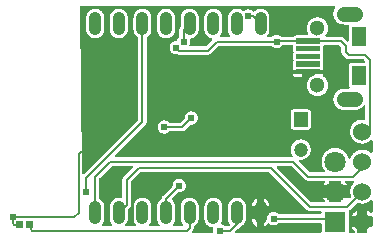
<source format=gbl>
G04 Layer: BottomLayer*
G04 EasyEDA v6.2.35, 2019-08-16T20:57:05+08:00*
G04 ac69921650c84e06b2cbf5d8b71e85d1,46bf6a40d4384fdb86bc8fc37bf60e4c,10*
G04 Gerber Generator version 0.2*
G04 Scale: 100 percent, Rotated: No, Reflected: No *
G04 Dimensions in millimeters *
G04 leading zeros omitted , absolute positions ,3 integer and 3 decimal *
%FSLAX33Y33*%
%MOMM*%
G90*
G71D02*

%ADD11C,0.200000*%
%ADD14C,0.609600*%
%ADD22C,1.524000*%
%ADD23R,1.799996X1.799996*%
%ADD24C,1.799996*%
%ADD26C,1.199998*%
%ADD27C,1.299997*%
%ADD28C,0.999998*%

%LPD*%
G36*
G01X22924Y5485D02*
G01X12127Y5485D01*
G01X12111Y5484D01*
G01X12096Y5480D01*
G01X12081Y5474D01*
G01X12068Y5466D01*
G01X12055Y5455D01*
G01X11308Y4708D01*
G01X11297Y4695D01*
G01X11289Y4682D01*
G01X11283Y4667D01*
G01X11279Y4652D01*
G01X11278Y4636D01*
G01X11278Y2694D01*
G01X11277Y2666D01*
G01X11274Y2639D01*
G01X11268Y2611D01*
G01X11261Y2584D01*
G01X11251Y2558D01*
G01X11239Y2533D01*
G01X11226Y2508D01*
G01X11210Y2485D01*
G01X11193Y2463D01*
G01X11174Y2442D01*
G01X11044Y2313D01*
G01X11034Y2301D01*
G01X11026Y2287D01*
G01X11020Y2273D01*
G01X11016Y2257D01*
G01X11015Y2241D01*
G01X11015Y1532D01*
G01X11013Y1490D01*
G01X11010Y1448D01*
G01X11004Y1407D01*
G01X10996Y1366D01*
G01X10986Y1325D01*
G01X10973Y1285D01*
G01X10958Y1246D01*
G01X10941Y1207D01*
G01X10922Y1170D01*
G01X10901Y1134D01*
G01X10878Y1099D01*
G01X10853Y1065D01*
G01X10826Y1033D01*
G01X10817Y1021D01*
G01X10810Y1008D01*
G01X10805Y995D01*
G01X10802Y980D01*
G01X10801Y966D01*
G01X10802Y951D01*
G01X10805Y937D01*
G01X10810Y923D01*
G01X10817Y911D01*
G01X10826Y899D01*
G01X10836Y889D01*
G01X10848Y880D01*
G01X10860Y873D01*
G01X10874Y868D01*
G01X10888Y865D01*
G01X10903Y864D01*
G01X11613Y864D01*
G01X11628Y865D01*
G01X11642Y868D01*
G01X11656Y873D01*
G01X11668Y880D01*
G01X11680Y889D01*
G01X11690Y899D01*
G01X11699Y911D01*
G01X11706Y923D01*
G01X11711Y937D01*
G01X11714Y951D01*
G01X11715Y966D01*
G01X11714Y980D01*
G01X11711Y995D01*
G01X11706Y1008D01*
G01X11699Y1021D01*
G01X11690Y1033D01*
G01X11663Y1065D01*
G01X11638Y1099D01*
G01X11615Y1134D01*
G01X11594Y1170D01*
G01X11575Y1207D01*
G01X11558Y1246D01*
G01X11543Y1285D01*
G01X11530Y1325D01*
G01X11520Y1366D01*
G01X11512Y1407D01*
G01X11506Y1448D01*
G01X11503Y1490D01*
G01X11502Y1532D01*
G01X11502Y2532D01*
G01X11503Y2572D01*
G01X11506Y2611D01*
G01X11511Y2650D01*
G01X11518Y2689D01*
G01X11527Y2728D01*
G01X11539Y2766D01*
G01X11552Y2803D01*
G01X11567Y2840D01*
G01X11584Y2875D01*
G01X11603Y2910D01*
G01X11624Y2944D01*
G01X11646Y2977D01*
G01X11670Y3008D01*
G01X11696Y3038D01*
G01X11723Y3067D01*
G01X11752Y3094D01*
G01X11782Y3120D01*
G01X11813Y3144D01*
G01X11846Y3166D01*
G01X11880Y3187D01*
G01X11915Y3206D01*
G01X11950Y3223D01*
G01X11987Y3238D01*
G01X12024Y3252D01*
G01X12062Y3263D01*
G01X12101Y3272D01*
G01X12140Y3279D01*
G01X12179Y3284D01*
G01X12218Y3288D01*
G01X12258Y3289D01*
G01X12298Y3288D01*
G01X12337Y3284D01*
G01X12376Y3279D01*
G01X12415Y3272D01*
G01X12454Y3263D01*
G01X12492Y3252D01*
G01X12529Y3238D01*
G01X12566Y3223D01*
G01X12602Y3206D01*
G01X12636Y3187D01*
G01X12670Y3166D01*
G01X12703Y3144D01*
G01X12734Y3120D01*
G01X12764Y3094D01*
G01X12793Y3067D01*
G01X12820Y3038D01*
G01X12846Y3008D01*
G01X12870Y2977D01*
G01X12893Y2944D01*
G01X12913Y2910D01*
G01X12932Y2875D01*
G01X12949Y2840D01*
G01X12964Y2803D01*
G01X12978Y2766D01*
G01X12989Y2728D01*
G01X12998Y2689D01*
G01X13005Y2650D01*
G01X13010Y2611D01*
G01X13014Y2572D01*
G01X13015Y2532D01*
G01X13015Y1532D01*
G01X13013Y1490D01*
G01X13010Y1448D01*
G01X13004Y1407D01*
G01X12996Y1366D01*
G01X12986Y1325D01*
G01X12973Y1285D01*
G01X12958Y1246D01*
G01X12941Y1207D01*
G01X12922Y1170D01*
G01X12901Y1134D01*
G01X12878Y1099D01*
G01X12853Y1065D01*
G01X12826Y1033D01*
G01X12818Y1021D01*
G01X12810Y1008D01*
G01X12805Y995D01*
G01X12802Y980D01*
G01X12801Y966D01*
G01X12802Y951D01*
G01X12805Y937D01*
G01X12810Y923D01*
G01X12817Y911D01*
G01X12826Y899D01*
G01X12836Y889D01*
G01X12848Y880D01*
G01X12861Y873D01*
G01X12874Y868D01*
G01X12888Y865D01*
G01X12903Y864D01*
G01X13614Y864D01*
G01X13628Y865D01*
G01X13643Y868D01*
G01X13656Y873D01*
G01X13669Y880D01*
G01X13681Y889D01*
G01X13691Y899D01*
G01X13699Y911D01*
G01X13706Y923D01*
G01X13712Y937D01*
G01X13715Y951D01*
G01X13716Y966D01*
G01X13715Y980D01*
G01X13711Y995D01*
G01X13706Y1008D01*
G01X13699Y1021D01*
G01X13690Y1033D01*
G01X13663Y1065D01*
G01X13638Y1099D01*
G01X13615Y1134D01*
G01X13594Y1170D01*
G01X13575Y1208D01*
G01X13558Y1246D01*
G01X13543Y1285D01*
G01X13530Y1325D01*
G01X13520Y1366D01*
G01X13512Y1407D01*
G01X13506Y1449D01*
G01X13503Y1491D01*
G01X13502Y1533D01*
G01X13502Y2533D01*
G01X13503Y2573D01*
G01X13506Y2613D01*
G01X13511Y2653D01*
G01X13519Y2693D01*
G01X13528Y2732D01*
G01X13540Y2770D01*
G01X13553Y2808D01*
G01X13569Y2845D01*
G01X13587Y2882D01*
G01X13606Y2917D01*
G01X13628Y2951D01*
G01X13651Y2984D01*
G01X13676Y3016D01*
G01X13702Y3046D01*
G01X13730Y3075D01*
G01X13760Y3102D01*
G01X13791Y3128D01*
G01X13823Y3152D01*
G01X13857Y3174D01*
G01X13869Y3183D01*
G01X13880Y3194D01*
G01X13889Y3206D01*
G01X13896Y3220D01*
G01X13901Y3234D01*
G01X13904Y3249D01*
G01X13908Y3278D01*
G01X13915Y3308D01*
G01X13925Y3336D01*
G01X13937Y3364D01*
G01X13951Y3390D01*
G01X13967Y3415D01*
G01X13986Y3439D01*
G01X14006Y3461D01*
G01X14776Y4231D01*
G01X14786Y4243D01*
G01X14794Y4257D01*
G01X14800Y4271D01*
G01X14804Y4287D01*
G01X14805Y4303D01*
G01X14805Y4318D01*
G01X14806Y4351D01*
G01X14809Y4385D01*
G01X14814Y4419D01*
G01X14821Y4452D01*
G01X14831Y4485D01*
G01X14842Y4517D01*
G01X14855Y4548D01*
G01X14869Y4578D01*
G01X14886Y4608D01*
G01X14905Y4636D01*
G01X14925Y4664D01*
G01X14946Y4690D01*
G01X14994Y4738D01*
G01X15020Y4759D01*
G01X15048Y4779D01*
G01X15076Y4798D01*
G01X15106Y4815D01*
G01X15136Y4829D01*
G01X15167Y4842D01*
G01X15199Y4853D01*
G01X15232Y4863D01*
G01X15265Y4870D01*
G01X15299Y4875D01*
G01X15333Y4878D01*
G01X15367Y4879D01*
G01X15400Y4878D01*
G01X15434Y4875D01*
G01X15468Y4870D01*
G01X15501Y4863D01*
G01X15534Y4853D01*
G01X15566Y4842D01*
G01X15597Y4829D01*
G01X15627Y4815D01*
G01X15657Y4798D01*
G01X15685Y4779D01*
G01X15713Y4759D01*
G01X15739Y4738D01*
G01X15787Y4690D01*
G01X15808Y4664D01*
G01X15828Y4636D01*
G01X15847Y4608D01*
G01X15864Y4578D01*
G01X15878Y4548D01*
G01X15891Y4517D01*
G01X15902Y4485D01*
G01X15912Y4452D01*
G01X15919Y4419D01*
G01X15924Y4385D01*
G01X15927Y4351D01*
G01X15928Y4318D01*
G01X15927Y4284D01*
G01X15924Y4250D01*
G01X15919Y4216D01*
G01X15912Y4183D01*
G01X15902Y4150D01*
G01X15891Y4118D01*
G01X15878Y4087D01*
G01X15864Y4057D01*
G01X15847Y4027D01*
G01X15828Y3999D01*
G01X15808Y3971D01*
G01X15787Y3945D01*
G01X15739Y3897D01*
G01X15713Y3876D01*
G01X15685Y3856D01*
G01X15657Y3837D01*
G01X15627Y3820D01*
G01X15597Y3806D01*
G01X15566Y3793D01*
G01X15534Y3782D01*
G01X15501Y3772D01*
G01X15468Y3765D01*
G01X15434Y3760D01*
G01X15400Y3757D01*
G01X15367Y3756D01*
G01X15352Y3756D01*
G01X15336Y3755D01*
G01X15320Y3751D01*
G01X15306Y3745D01*
G01X15292Y3737D01*
G01X15280Y3727D01*
G01X14779Y3225D01*
G01X14768Y3213D01*
G01X14760Y3200D01*
G01X14754Y3185D01*
G01X14750Y3169D01*
G01X14749Y3154D01*
G01X14750Y3137D01*
G01X14754Y3121D01*
G01X14761Y3106D01*
G01X14769Y3092D01*
G01X14780Y3080D01*
G01X14809Y3051D01*
G01X14836Y3021D01*
G01X14862Y2989D01*
G01X14885Y2956D01*
G01X14907Y2921D01*
G01X14927Y2886D01*
G01X14945Y2849D01*
G01X14961Y2812D01*
G01X14975Y2773D01*
G01X14987Y2734D01*
G01X14997Y2695D01*
G01X15005Y2655D01*
G01X15010Y2614D01*
G01X15013Y2574D01*
G01X15015Y2533D01*
G01X15015Y1533D01*
G01X15013Y1491D01*
G01X15010Y1449D01*
G01X15004Y1407D01*
G01X14996Y1366D01*
G01X14986Y1325D01*
G01X14973Y1285D01*
G01X14958Y1246D01*
G01X14941Y1208D01*
G01X14922Y1170D01*
G01X14901Y1134D01*
G01X14878Y1099D01*
G01X14853Y1065D01*
G01X14826Y1033D01*
G01X14817Y1021D01*
G01X14810Y1008D01*
G01X14805Y995D01*
G01X14802Y980D01*
G01X14800Y966D01*
G01X14802Y951D01*
G01X14805Y937D01*
G01X14810Y923D01*
G01X14817Y911D01*
G01X14825Y899D01*
G01X14836Y889D01*
G01X14847Y880D01*
G01X14860Y873D01*
G01X14873Y868D01*
G01X14888Y865D01*
G01X14902Y864D01*
G01X15613Y864D01*
G01X15628Y865D01*
G01X15642Y868D01*
G01X15656Y873D01*
G01X15668Y880D01*
G01X15680Y889D01*
G01X15690Y899D01*
G01X15699Y911D01*
G01X15706Y923D01*
G01X15711Y937D01*
G01X15714Y951D01*
G01X15715Y966D01*
G01X15714Y980D01*
G01X15711Y995D01*
G01X15706Y1008D01*
G01X15699Y1021D01*
G01X15690Y1033D01*
G01X15663Y1065D01*
G01X15638Y1099D01*
G01X15615Y1134D01*
G01X15594Y1170D01*
G01X15575Y1207D01*
G01X15558Y1246D01*
G01X15543Y1285D01*
G01X15530Y1325D01*
G01X15520Y1366D01*
G01X15512Y1407D01*
G01X15506Y1448D01*
G01X15503Y1490D01*
G01X15502Y1532D01*
G01X15502Y2532D01*
G01X15503Y2572D01*
G01X15506Y2611D01*
G01X15511Y2650D01*
G01X15518Y2689D01*
G01X15527Y2728D01*
G01X15539Y2766D01*
G01X15552Y2803D01*
G01X15567Y2840D01*
G01X15584Y2875D01*
G01X15603Y2910D01*
G01X15624Y2944D01*
G01X15646Y2977D01*
G01X15670Y3008D01*
G01X15696Y3038D01*
G01X15723Y3067D01*
G01X15752Y3094D01*
G01X15782Y3120D01*
G01X15813Y3144D01*
G01X15846Y3166D01*
G01X15880Y3187D01*
G01X15915Y3206D01*
G01X15950Y3223D01*
G01X15987Y3238D01*
G01X16024Y3252D01*
G01X16062Y3263D01*
G01X16101Y3272D01*
G01X16140Y3279D01*
G01X16179Y3284D01*
G01X16218Y3288D01*
G01X16258Y3289D01*
G01X16298Y3288D01*
G01X16337Y3284D01*
G01X16376Y3279D01*
G01X16415Y3272D01*
G01X16454Y3263D01*
G01X16492Y3252D01*
G01X16529Y3238D01*
G01X16566Y3223D01*
G01X16602Y3206D01*
G01X16636Y3187D01*
G01X16670Y3166D01*
G01X16703Y3144D01*
G01X16734Y3120D01*
G01X16764Y3094D01*
G01X16793Y3067D01*
G01X16820Y3038D01*
G01X16846Y3008D01*
G01X16870Y2977D01*
G01X16893Y2944D01*
G01X16913Y2910D01*
G01X16932Y2875D01*
G01X16949Y2840D01*
G01X16964Y2803D01*
G01X16978Y2766D01*
G01X16989Y2728D01*
G01X16998Y2689D01*
G01X17005Y2650D01*
G01X17010Y2611D01*
G01X17014Y2572D01*
G01X17015Y2532D01*
G01X17015Y1532D01*
G01X17014Y1492D01*
G01X17010Y1452D01*
G01X17005Y1412D01*
G01X16998Y1373D01*
G01X16988Y1334D01*
G01X16977Y1295D01*
G01X16963Y1258D01*
G01X16948Y1221D01*
G01X16930Y1184D01*
G01X16911Y1149D01*
G01X16889Y1115D01*
G01X16866Y1082D01*
G01X16842Y1051D01*
G01X16815Y1021D01*
G01X16788Y992D01*
G01X16758Y964D01*
G01X16727Y939D01*
G01X16695Y915D01*
G01X16662Y892D01*
G01X16650Y884D01*
G01X16640Y873D01*
G01X16631Y862D01*
G01X16624Y849D01*
G01X16619Y835D01*
G01X16616Y821D01*
G01X16615Y806D01*
G01X16615Y764D01*
G01X16613Y736D01*
G01X16610Y708D01*
G01X16605Y681D01*
G01X16597Y654D01*
G01X16587Y628D01*
G01X16576Y602D01*
G01X16562Y578D01*
G01X16546Y554D01*
G01X16529Y532D01*
G01X16510Y512D01*
G01X16440Y442D01*
G01X16430Y430D01*
G01X16422Y416D01*
G01X16416Y402D01*
G01X16412Y386D01*
G01X16411Y370D01*
G01X16412Y356D01*
G01X16415Y342D01*
G01X16420Y328D01*
G01X16427Y315D01*
G01X16435Y304D01*
G01X16446Y294D01*
G01X16457Y285D01*
G01X16470Y278D01*
G01X16484Y273D01*
G01X16498Y270D01*
G01X16512Y269D01*
G01X18147Y269D01*
G01X18161Y270D01*
G01X18176Y273D01*
G01X18189Y278D01*
G01X18202Y285D01*
G01X18213Y294D01*
G01X18224Y304D01*
G01X18232Y315D01*
G01X18239Y328D01*
G01X18244Y342D01*
G01X18247Y356D01*
G01X18249Y370D01*
G01X18246Y391D01*
G01X18240Y430D01*
G01X18236Y469D01*
G01X18234Y508D01*
G01X18235Y544D01*
G01X18239Y581D01*
G01X18245Y617D01*
G01X18253Y653D01*
G01X18257Y679D01*
G01X18256Y694D01*
G01X18253Y708D01*
G01X18247Y722D01*
G01X18240Y735D01*
G01X18231Y747D01*
G01X18221Y757D01*
G01X18209Y766D01*
G01X18196Y773D01*
G01X18182Y777D01*
G01X18167Y780D01*
G01X18127Y786D01*
G01X18088Y794D01*
G01X18048Y805D01*
G01X18010Y817D01*
G01X17972Y831D01*
G01X17934Y848D01*
G01X17898Y866D01*
G01X17863Y886D01*
G01X17829Y909D01*
G01X17796Y933D01*
G01X17765Y958D01*
G01X17735Y986D01*
G01X17706Y1015D01*
G01X17679Y1045D01*
G01X17654Y1077D01*
G01X17630Y1110D01*
G01X17609Y1144D01*
G01X17589Y1180D01*
G01X17571Y1216D01*
G01X17555Y1254D01*
G01X17541Y1292D01*
G01X17529Y1331D01*
G01X17520Y1370D01*
G01X17512Y1410D01*
G01X17507Y1450D01*
G01X17503Y1491D01*
G01X17502Y1531D01*
G01X17502Y2531D01*
G01X17503Y2571D01*
G01X17506Y2610D01*
G01X17512Y2650D01*
G01X17519Y2689D01*
G01X17528Y2727D01*
G01X17539Y2765D01*
G01X17553Y2802D01*
G01X17568Y2839D01*
G01X17585Y2875D01*
G01X17604Y2910D01*
G01X17624Y2943D01*
G01X17647Y2976D01*
G01X17671Y3007D01*
G01X17697Y3037D01*
G01X17724Y3066D01*
G01X17753Y3093D01*
G01X17783Y3119D01*
G01X17814Y3143D01*
G01X17847Y3166D01*
G01X17881Y3186D01*
G01X17915Y3205D01*
G01X17951Y3222D01*
G01X17988Y3238D01*
G01X18025Y3251D01*
G01X18063Y3262D01*
G01X18102Y3271D01*
G01X18140Y3278D01*
G01X18180Y3284D01*
G01X18219Y3287D01*
G01X18259Y3288D01*
G01X18298Y3287D01*
G01X18338Y3284D01*
G01X18377Y3278D01*
G01X18416Y3271D01*
G01X18455Y3262D01*
G01X18493Y3251D01*
G01X18530Y3238D01*
G01X18567Y3222D01*
G01X18602Y3205D01*
G01X18637Y3186D01*
G01X18671Y3166D01*
G01X18703Y3143D01*
G01X18735Y3119D01*
G01X18765Y3093D01*
G01X18794Y3066D01*
G01X18821Y3037D01*
G01X18847Y3007D01*
G01X18871Y2976D01*
G01X18893Y2943D01*
G01X18914Y2910D01*
G01X18933Y2875D01*
G01X18950Y2839D01*
G01X18965Y2802D01*
G01X18978Y2765D01*
G01X18990Y2727D01*
G01X18999Y2689D01*
G01X19006Y2650D01*
G01X19011Y2610D01*
G01X19014Y2571D01*
G01X19015Y2531D01*
G01X19015Y1531D01*
G01X19014Y1491D01*
G01X19011Y1450D01*
G01X19006Y1410D01*
G01X18998Y1370D01*
G01X18988Y1330D01*
G01X18976Y1291D01*
G01X18962Y1253D01*
G01X18946Y1216D01*
G01X18928Y1179D01*
G01X18922Y1164D01*
G01X18918Y1148D01*
G01X18917Y1132D01*
G01X18918Y1116D01*
G01X18921Y1101D01*
G01X18927Y1087D01*
G01X18935Y1073D01*
G01X18945Y1061D01*
G01X18957Y1051D01*
G01X18970Y1043D01*
G01X18984Y1036D01*
G01X19019Y1022D01*
G01X19053Y1007D01*
G01X19085Y988D01*
G01X19116Y968D01*
G01X19146Y946D01*
G01X19175Y922D01*
G01X19201Y895D01*
G01X19213Y885D01*
G01X19227Y876D01*
G01X19242Y869D01*
G01X19258Y865D01*
G01X19275Y864D01*
G01X19495Y864D01*
G01X19511Y865D01*
G01X19526Y869D01*
G01X19541Y875D01*
G01X19554Y883D01*
G01X19567Y894D01*
G01X19632Y960D01*
G01X19643Y972D01*
G01X19651Y985D01*
G01X19657Y1000D01*
G01X19661Y1015D01*
G01X19662Y1031D01*
G01X19661Y1047D01*
G01X19657Y1063D01*
G01X19651Y1077D01*
G01X19643Y1091D01*
G01X19621Y1123D01*
G01X19600Y1157D01*
G01X19582Y1191D01*
G01X19565Y1227D01*
G01X19550Y1263D01*
G01X19537Y1300D01*
G01X19526Y1338D01*
G01X19517Y1376D01*
G01X19510Y1415D01*
G01X19505Y1454D01*
G01X19501Y1493D01*
G01X19500Y1533D01*
G01X19500Y2533D01*
G01X19502Y2572D01*
G01X19505Y2612D01*
G01X19510Y2651D01*
G01X19517Y2690D01*
G01X19526Y2728D01*
G01X19538Y2766D01*
G01X19551Y2804D01*
G01X19566Y2840D01*
G01X19583Y2876D01*
G01X19602Y2911D01*
G01X19623Y2945D01*
G01X19645Y2977D01*
G01X19669Y3009D01*
G01X19695Y3039D01*
G01X19722Y3067D01*
G01X19751Y3095D01*
G01X19781Y3120D01*
G01X19812Y3145D01*
G01X19845Y3167D01*
G01X19879Y3188D01*
G01X19914Y3207D01*
G01X19949Y3224D01*
G01X19986Y3239D01*
G01X20023Y3252D01*
G01X20061Y3263D01*
G01X20100Y3273D01*
G01X20139Y3280D01*
G01X20178Y3285D01*
G01X20217Y3288D01*
G01X20257Y3289D01*
G01X20297Y3288D01*
G01X20336Y3285D01*
G01X20375Y3280D01*
G01X20414Y3273D01*
G01X20453Y3263D01*
G01X20491Y3252D01*
G01X20528Y3239D01*
G01X20565Y3224D01*
G01X20600Y3207D01*
G01X20635Y3188D01*
G01X20669Y3167D01*
G01X20702Y3145D01*
G01X20733Y3120D01*
G01X20763Y3095D01*
G01X20792Y3067D01*
G01X20819Y3039D01*
G01X20845Y3009D01*
G01X20869Y2977D01*
G01X20892Y2945D01*
G01X20912Y2911D01*
G01X20931Y2876D01*
G01X20948Y2840D01*
G01X20963Y2804D01*
G01X20977Y2766D01*
G01X20988Y2728D01*
G01X20997Y2690D01*
G01X21004Y2651D01*
G01X21009Y2612D01*
G01X21013Y2572D01*
G01X21014Y2533D01*
G01X21014Y1533D01*
G01X21012Y1492D01*
G01X21009Y1452D01*
G01X21004Y1413D01*
G01X20997Y1373D01*
G01X20987Y1334D01*
G01X20976Y1296D01*
G01X20962Y1258D01*
G01X20946Y1221D01*
G01X20929Y1185D01*
G01X20909Y1150D01*
G01X20888Y1116D01*
G01X20865Y1083D01*
G01X20841Y1051D01*
G01X20814Y1021D01*
G01X20786Y992D01*
G01X20757Y965D01*
G01X20726Y939D01*
G01X20694Y915D01*
G01X20660Y892D01*
G01X20626Y872D01*
G01X20590Y853D01*
G01X20554Y837D01*
G01X20516Y822D01*
G01X20503Y816D01*
G01X20491Y808D01*
G01X20479Y798D01*
G01X20318Y636D01*
G01X20123Y442D01*
G01X20113Y430D01*
G01X20105Y416D01*
G01X20099Y402D01*
G01X20095Y386D01*
G01X20094Y370D01*
G01X20095Y356D01*
G01X20098Y342D01*
G01X20103Y328D01*
G01X20110Y315D01*
G01X20118Y304D01*
G01X20129Y294D01*
G01X20140Y285D01*
G01X20153Y278D01*
G01X20167Y273D01*
G01X20181Y270D01*
G01X20195Y269D01*
G01X27316Y269D01*
G01X27331Y270D01*
G01X27345Y273D01*
G01X27359Y278D01*
G01X27371Y285D01*
G01X27383Y294D01*
G01X27393Y304D01*
G01X27402Y315D01*
G01X27409Y328D01*
G01X27414Y342D01*
G01X27417Y356D01*
G01X27418Y370D01*
G01X27418Y1065D01*
G01X27417Y1080D01*
G01X27414Y1094D01*
G01X27409Y1108D01*
G01X27402Y1120D01*
G01X27393Y1132D01*
G01X27383Y1142D01*
G01X27371Y1151D01*
G01X27359Y1158D01*
G01X27345Y1163D01*
G01X27331Y1166D01*
G01X27316Y1167D01*
G01X23847Y1167D01*
G01X23830Y1166D01*
G01X23814Y1162D01*
G01X23799Y1155D01*
G01X23785Y1146D01*
G01X23773Y1136D01*
G01X23748Y1111D01*
G01X23722Y1088D01*
G01X23694Y1067D01*
G01X23665Y1048D01*
G01X23635Y1030D01*
G01X23604Y1014D01*
G01X23572Y1001D01*
G01X23539Y989D01*
G01X23506Y979D01*
G01X23472Y972D01*
G01X23437Y966D01*
G01X23402Y963D01*
G01X23368Y962D01*
G01X23332Y963D01*
G01X23297Y967D01*
G01X23262Y972D01*
G01X23227Y980D01*
G01X23193Y990D01*
G01X23160Y1002D01*
G01X23128Y1016D01*
G01X23096Y1032D01*
G01X23066Y1050D01*
G01X23036Y1070D01*
G01X23009Y1092D01*
G01X22994Y1102D01*
G01X22978Y1109D01*
G01X22961Y1114D01*
G01X22944Y1115D01*
G01X22928Y1114D01*
G01X22913Y1111D01*
G01X22898Y1105D01*
G01X22885Y1097D01*
G01X22873Y1087D01*
G01X22863Y1075D01*
G01X22837Y1043D01*
G01X22809Y1012D01*
G01X22780Y983D01*
G01X22749Y956D01*
G01X22717Y930D01*
G01X22683Y906D01*
G01X22648Y884D01*
G01X22612Y864D01*
G01X22575Y846D01*
G01X22575Y1483D01*
G01X22707Y1483D01*
G01X22722Y1484D01*
G01X22737Y1487D01*
G01X22751Y1493D01*
G01X22764Y1500D01*
G01X22776Y1509D01*
G01X22786Y1520D01*
G01X22795Y1533D01*
G01X22801Y1546D01*
G01X22806Y1560D01*
G01X22809Y1575D01*
G01X22813Y1609D01*
G01X22819Y1643D01*
G01X22827Y1676D01*
G01X22837Y1708D01*
G01X22850Y1740D01*
G01X22864Y1771D01*
G01X22880Y1801D01*
G01X22898Y1830D01*
G01X22917Y1858D01*
G01X22938Y1885D01*
G01X22961Y1911D01*
G01X22985Y1935D01*
G01X23011Y1957D01*
G01X23038Y1978D01*
G01X23066Y1997D01*
G01X23096Y2015D01*
G01X23126Y2030D01*
G01X23157Y2044D01*
G01X23191Y2056D01*
G01X23225Y2067D01*
G01X23260Y2075D01*
G01X23296Y2080D01*
G01X23332Y2084D01*
G01X23368Y2085D01*
G01X23402Y2084D01*
G01X23437Y2081D01*
G01X23472Y2075D01*
G01X23506Y2068D01*
G01X23539Y2058D01*
G01X23572Y2046D01*
G01X23604Y2033D01*
G01X23635Y2017D01*
G01X23665Y1999D01*
G01X23694Y1980D01*
G01X23722Y1959D01*
G01X23748Y1936D01*
G01X23773Y1911D01*
G01X23785Y1901D01*
G01X23799Y1892D01*
G01X23814Y1885D01*
G01X23830Y1881D01*
G01X23847Y1880D01*
G01X27316Y1880D01*
G01X27331Y1881D01*
G01X27345Y1884D01*
G01X27359Y1889D01*
G01X27371Y1896D01*
G01X27383Y1905D01*
G01X27393Y1915D01*
G01X27402Y1927D01*
G01X27409Y1939D01*
G01X27414Y1953D01*
G01X27417Y1967D01*
G01X27418Y1982D01*
G01X27418Y2081D01*
G01X27417Y2096D01*
G01X27414Y2110D01*
G01X27409Y2124D01*
G01X27402Y2136D01*
G01X27393Y2148D01*
G01X27383Y2158D01*
G01X27371Y2167D01*
G01X27359Y2174D01*
G01X27345Y2179D01*
G01X27331Y2182D01*
G01X27316Y2183D01*
G01X26416Y2183D01*
G01X26388Y2184D01*
G01X26360Y2187D01*
G01X26332Y2193D01*
G01X26305Y2200D01*
G01X26279Y2210D01*
G01X26254Y2222D01*
G01X26229Y2235D01*
G01X26206Y2251D01*
G01X26184Y2268D01*
G01X26163Y2287D01*
G01X22996Y5455D01*
G01X22983Y5466D01*
G01X22970Y5474D01*
G01X22955Y5480D01*
G01X22940Y5484D01*
G01X22924Y5485D01*
G37*

%LPC*%
G36*
G01X21948Y1483D02*
G01X21506Y1483D01*
G01X21510Y1442D01*
G01X21516Y1402D01*
G01X21524Y1362D01*
G01X21535Y1323D01*
G01X21547Y1284D01*
G01X21561Y1246D01*
G01X21578Y1209D01*
G01X21596Y1173D01*
G01X21617Y1137D01*
G01X21639Y1103D01*
G01X21663Y1071D01*
G01X21689Y1039D01*
G01X21716Y1009D01*
G01X21745Y980D01*
G01X21776Y954D01*
G01X21808Y928D01*
G01X21841Y905D01*
G01X21875Y883D01*
G01X21911Y863D01*
G01X21948Y846D01*
G01X21948Y1483D01*
G37*
G36*
G01X21948Y2585D02*
G01X21948Y3223D01*
G01X21911Y3205D01*
G01X21875Y3185D01*
G01X21841Y3163D01*
G01X21808Y3140D01*
G01X21776Y3115D01*
G01X21745Y3088D01*
G01X21716Y3059D01*
G01X21689Y3029D01*
G01X21663Y2998D01*
G01X21639Y2965D01*
G01X21617Y2931D01*
G01X21596Y2895D01*
G01X21578Y2859D01*
G01X21561Y2822D01*
G01X21547Y2784D01*
G01X21535Y2745D01*
G01X21524Y2706D01*
G01X21516Y2666D01*
G01X21510Y2626D01*
G01X21506Y2585D01*
G01X21948Y2585D01*
G37*
G36*
G01X22611Y3205D02*
G01X22575Y3223D01*
G01X22575Y2585D01*
G01X23016Y2585D01*
G01X23012Y2626D01*
G01X23006Y2666D01*
G01X22998Y2706D01*
G01X22988Y2745D01*
G01X22975Y2784D01*
G01X22961Y2822D01*
G01X22944Y2859D01*
G01X22926Y2895D01*
G01X22905Y2931D01*
G01X22883Y2965D01*
G01X22859Y2998D01*
G01X22833Y3029D01*
G01X22806Y3059D01*
G01X22777Y3088D01*
G01X22746Y3115D01*
G01X22714Y3140D01*
G01X22681Y3163D01*
G01X22647Y3185D01*
G01X22611Y3205D01*
G37*

%LPD*%
G36*
G01X31647Y3099D02*
G01X31633Y3100D01*
G01X31617Y3098D01*
G01X31602Y3095D01*
G01X31588Y3089D01*
G01X31575Y3081D01*
G01X31563Y3072D01*
G01X31529Y3041D01*
G01X31494Y3012D01*
G01X31458Y2984D01*
G01X31420Y2958D01*
G01X31381Y2934D01*
G01X31342Y2912D01*
G01X31301Y2891D01*
G01X31260Y2872D01*
G01X31217Y2856D01*
G01X31174Y2841D01*
G01X31131Y2827D01*
G01X31086Y2816D01*
G01X31042Y2807D01*
G01X30997Y2800D01*
G01X30952Y2795D01*
G01X30906Y2792D01*
G01X30861Y2791D01*
G01X30814Y2792D01*
G01X30768Y2795D01*
G01X30722Y2800D01*
G01X30676Y2808D01*
G01X30631Y2817D01*
G01X30586Y2829D01*
G01X30542Y2842D01*
G01X30498Y2858D01*
G01X30480Y2863D01*
G01X30462Y2864D01*
G01X30446Y2863D01*
G01X30430Y2859D01*
G01X30416Y2853D01*
G01X30402Y2845D01*
G01X30390Y2835D01*
G01X29843Y2287D01*
G01X29823Y2269D01*
G01X29801Y2252D01*
G01X29779Y2237D01*
G01X29767Y2228D01*
G01X29757Y2218D01*
G01X29748Y2206D01*
G01X29740Y2193D01*
G01X29735Y2180D01*
G01X29732Y2165D01*
G01X29731Y2151D01*
G01X29731Y1715D01*
G01X29733Y1697D01*
G01X29737Y1680D01*
G01X29745Y1664D01*
G01X29737Y1647D01*
G01X29733Y1630D01*
G01X29731Y1612D01*
G01X29731Y927D01*
G01X29733Y909D01*
G01X29737Y892D01*
G01X29745Y875D01*
G01X29737Y859D01*
G01X29733Y842D01*
G01X29731Y824D01*
G01X29731Y370D01*
G01X29732Y356D01*
G01X29735Y342D01*
G01X29740Y328D01*
G01X29747Y315D01*
G01X29756Y304D01*
G01X29766Y294D01*
G01X29778Y285D01*
G01X29790Y278D01*
G01X29804Y273D01*
G01X29818Y270D01*
G01X29833Y269D01*
G01X30193Y269D01*
G01X30207Y270D01*
G01X30221Y273D01*
G01X30235Y278D01*
G01X30247Y285D01*
G01X30259Y294D01*
G01X30269Y304D01*
G01X30278Y315D01*
G01X30285Y328D01*
G01X30290Y342D01*
G01X30293Y356D01*
G01X30294Y370D01*
G01X30293Y386D01*
G01X30289Y401D01*
G01X30283Y416D01*
G01X30275Y429D01*
G01X30265Y442D01*
G01X30253Y452D01*
G01X30215Y482D01*
G01X30177Y514D01*
G01X30142Y548D01*
G01X30108Y583D01*
G01X30076Y620D01*
G01X30046Y658D01*
G01X30017Y698D01*
G01X29991Y739D01*
G01X29966Y782D01*
G01X29944Y825D01*
G01X30416Y825D01*
G01X30416Y370D01*
G01X30417Y356D01*
G01X30420Y342D01*
G01X30425Y328D01*
G01X30432Y315D01*
G01X30441Y304D01*
G01X30451Y294D01*
G01X30463Y285D01*
G01X30475Y278D01*
G01X30489Y273D01*
G01X30503Y270D01*
G01X30518Y269D01*
G01X31203Y269D01*
G01X31218Y270D01*
G01X31232Y273D01*
G01X31246Y278D01*
G01X31258Y285D01*
G01X31270Y294D01*
G01X31280Y304D01*
G01X31289Y315D01*
G01X31296Y328D01*
G01X31301Y342D01*
G01X31304Y356D01*
G01X31305Y370D01*
G01X31305Y825D01*
G01X31633Y825D01*
G01X31647Y826D01*
G01X31661Y829D01*
G01X31675Y834D01*
G01X31688Y841D01*
G01X31699Y850D01*
G01X31709Y860D01*
G01X31718Y872D01*
G01X31725Y884D01*
G01X31730Y898D01*
G01X31733Y912D01*
G01X31734Y927D01*
G01X31734Y1612D01*
G01X31733Y1627D01*
G01X31730Y1641D01*
G01X31725Y1655D01*
G01X31718Y1667D01*
G01X31709Y1679D01*
G01X31699Y1689D01*
G01X31688Y1698D01*
G01X31675Y1705D01*
G01X31661Y1710D01*
G01X31647Y1713D01*
G01X31633Y1714D01*
G01X31305Y1714D01*
G01X31305Y2186D01*
G01X31352Y2162D01*
G01X31397Y2135D01*
G01X31441Y2107D01*
G01X31483Y2076D01*
G01X31524Y2043D01*
G01X31563Y2007D01*
G01X31575Y1998D01*
G01X31588Y1990D01*
G01X31602Y1984D01*
G01X31617Y1981D01*
G01X31633Y1979D01*
G01X31647Y1980D01*
G01X31661Y1983D01*
G01X31675Y1989D01*
G01X31688Y1995D01*
G01X31699Y2004D01*
G01X31709Y2014D01*
G01X31718Y2026D01*
G01X31725Y2039D01*
G01X31730Y2052D01*
G01X31733Y2067D01*
G01X31734Y2081D01*
G01X31734Y2998D01*
G01X31733Y3012D01*
G01X31730Y3027D01*
G01X31725Y3040D01*
G01X31718Y3053D01*
G01X31709Y3065D01*
G01X31699Y3075D01*
G01X31688Y3084D01*
G01X31675Y3090D01*
G01X31661Y3096D01*
G01X31647Y3099D01*
G37*

%LPC*%
G36*
G01X30416Y1714D02*
G01X30416Y2186D01*
G01X30373Y2164D01*
G01X30331Y2139D01*
G01X30290Y2113D01*
G01X30250Y2085D01*
G01X30212Y2055D01*
G01X30175Y2023D01*
G01X30140Y1990D01*
G01X30107Y1955D01*
G01X30075Y1918D01*
G01X30045Y1880D01*
G01X30017Y1840D01*
G01X29991Y1799D01*
G01X29966Y1757D01*
G01X29944Y1714D01*
G01X30416Y1714D01*
G37*

%LPD*%
G36*
G01X11339Y5993D02*
G01X9714Y5993D01*
G01X9698Y5992D01*
G01X9683Y5988D01*
G01X9668Y5982D01*
G01X9655Y5974D01*
G01X9642Y5963D01*
G01X8643Y4964D01*
G01X8633Y4952D01*
G01X8625Y4938D01*
G01X8619Y4924D01*
G01X8615Y4908D01*
G01X8614Y4892D01*
G01X8614Y3258D01*
G01X8615Y3244D01*
G01X8618Y3229D01*
G01X8623Y3216D01*
G01X8630Y3203D01*
G01X8639Y3191D01*
G01X8649Y3181D01*
G01X8661Y3172D01*
G01X8694Y3150D01*
G01X8727Y3126D01*
G01X8758Y3100D01*
G01X8787Y3073D01*
G01X8815Y3044D01*
G01X8841Y3014D01*
G01X8866Y2982D01*
G01X8889Y2949D01*
G01X8910Y2915D01*
G01X8930Y2880D01*
G01X8947Y2844D01*
G01X8963Y2807D01*
G01X8977Y2769D01*
G01X8988Y2731D01*
G01X8998Y2692D01*
G01X9005Y2652D01*
G01X9010Y2612D01*
G01X9014Y2572D01*
G01X9015Y2532D01*
G01X9015Y1532D01*
G01X9013Y1490D01*
G01X9010Y1448D01*
G01X9004Y1407D01*
G01X8996Y1366D01*
G01X8986Y1325D01*
G01X8973Y1285D01*
G01X8958Y1246D01*
G01X8941Y1207D01*
G01X8922Y1170D01*
G01X8901Y1134D01*
G01X8878Y1099D01*
G01X8853Y1065D01*
G01X8826Y1033D01*
G01X8818Y1021D01*
G01X8811Y1008D01*
G01X8805Y995D01*
G01X8802Y980D01*
G01X8801Y966D01*
G01X8802Y951D01*
G01X8805Y937D01*
G01X8810Y923D01*
G01X8817Y911D01*
G01X8826Y899D01*
G01X8836Y889D01*
G01X8848Y880D01*
G01X8861Y873D01*
G01X8874Y868D01*
G01X8888Y865D01*
G01X8903Y864D01*
G01X9614Y864D01*
G01X9628Y865D01*
G01X9642Y868D01*
G01X9656Y873D01*
G01X9669Y880D01*
G01X9680Y889D01*
G01X9690Y899D01*
G01X9699Y911D01*
G01X9706Y923D01*
G01X9711Y937D01*
G01X9714Y951D01*
G01X9715Y966D01*
G01X9714Y980D01*
G01X9711Y995D01*
G01X9706Y1008D01*
G01X9699Y1021D01*
G01X9690Y1033D01*
G01X9663Y1065D01*
G01X9638Y1099D01*
G01X9615Y1134D01*
G01X9594Y1170D01*
G01X9575Y1207D01*
G01X9558Y1246D01*
G01X9543Y1285D01*
G01X9530Y1325D01*
G01X9520Y1366D01*
G01X9512Y1407D01*
G01X9506Y1448D01*
G01X9503Y1490D01*
G01X9502Y1532D01*
G01X9502Y2532D01*
G01X9503Y2572D01*
G01X9506Y2611D01*
G01X9511Y2651D01*
G01X9518Y2690D01*
G01X9527Y2728D01*
G01X9539Y2766D01*
G01X9552Y2803D01*
G01X9567Y2840D01*
G01X9584Y2876D01*
G01X9603Y2911D01*
G01X9624Y2944D01*
G01X9646Y2977D01*
G01X9670Y3008D01*
G01X9696Y3038D01*
G01X9723Y3067D01*
G01X9752Y3094D01*
G01X9782Y3120D01*
G01X9813Y3144D01*
G01X9846Y3167D01*
G01X9880Y3187D01*
G01X9915Y3206D01*
G01X9950Y3223D01*
G01X9987Y3239D01*
G01X10024Y3252D01*
G01X10062Y3263D01*
G01X10101Y3272D01*
G01X10140Y3279D01*
G01X10179Y3285D01*
G01X10218Y3288D01*
G01X10258Y3289D01*
G01X10304Y3287D01*
G01X10349Y3283D01*
G01X10394Y3276D01*
G01X10439Y3267D01*
G01X10463Y3264D01*
G01X10478Y3265D01*
G01X10492Y3268D01*
G01X10506Y3273D01*
G01X10518Y3280D01*
G01X10530Y3289D01*
G01X10540Y3299D01*
G01X10549Y3311D01*
G01X10556Y3323D01*
G01X10561Y3337D01*
G01X10564Y3351D01*
G01X10565Y3365D01*
G01X10565Y4826D01*
G01X10566Y4853D01*
G01X10569Y4881D01*
G01X10575Y4909D01*
G01X10582Y4936D01*
G01X10592Y4962D01*
G01X10604Y4987D01*
G01X10617Y5012D01*
G01X10633Y5035D01*
G01X10650Y5057D01*
G01X10669Y5078D01*
G01X11411Y5820D01*
G01X11422Y5832D01*
G01X11430Y5845D01*
G01X11436Y5860D01*
G01X11440Y5875D01*
G01X11441Y5891D01*
G01X11440Y5906D01*
G01X11437Y5920D01*
G01X11432Y5934D01*
G01X11425Y5946D01*
G01X11416Y5958D01*
G01X11406Y5968D01*
G01X11394Y5977D01*
G01X11382Y5984D01*
G01X11368Y5989D01*
G01X11354Y5992D01*
G01X11339Y5993D01*
G37*

%LPD*%
G36*
G01X24829Y5993D02*
G01X23712Y5993D01*
G01X23697Y5992D01*
G01X23683Y5989D01*
G01X23669Y5984D01*
G01X23657Y5977D01*
G01X23645Y5968D01*
G01X23635Y5958D01*
G01X23626Y5946D01*
G01X23619Y5934D01*
G01X23614Y5920D01*
G01X23611Y5906D01*
G01X23610Y5891D01*
G01X23611Y5875D01*
G01X23615Y5860D01*
G01X23621Y5845D01*
G01X23629Y5832D01*
G01X23640Y5820D01*
G01X26533Y2926D01*
G01X26546Y2915D01*
G01X26559Y2907D01*
G01X26574Y2901D01*
G01X26589Y2897D01*
G01X26605Y2896D01*
G01X27613Y2896D01*
G01X27628Y2897D01*
G01X27642Y2900D01*
G01X27656Y2905D01*
G01X27668Y2912D01*
G01X27680Y2921D01*
G01X27690Y2931D01*
G01X27699Y2943D01*
G01X27706Y2955D01*
G01X27711Y2969D01*
G01X27714Y2983D01*
G01X27715Y2998D01*
G01X27713Y3015D01*
G01X27709Y3033D01*
G01X27701Y3049D01*
G01X27691Y3063D01*
G01X27656Y3107D01*
G01X27623Y3152D01*
G01X27593Y3199D01*
G01X27564Y3247D01*
G01X27538Y3296D01*
G01X28061Y3296D01*
G01X28061Y2998D01*
G01X28062Y2983D01*
G01X28065Y2969D01*
G01X28070Y2955D01*
G01X28077Y2943D01*
G01X28086Y2931D01*
G01X28096Y2921D01*
G01X28108Y2912D01*
G01X28120Y2905D01*
G01X28134Y2900D01*
G01X28148Y2897D01*
G01X28163Y2896D01*
G01X28986Y2896D01*
G01X29001Y2897D01*
G01X29015Y2900D01*
G01X29029Y2905D01*
G01X29041Y2912D01*
G01X29053Y2921D01*
G01X29063Y2931D01*
G01X29072Y2943D01*
G01X29079Y2955D01*
G01X29084Y2969D01*
G01X29087Y2983D01*
G01X29088Y2998D01*
G01X29088Y3296D01*
G01X29648Y3296D01*
G01X29655Y3283D01*
G01X29664Y3272D01*
G01X29674Y3261D01*
G01X29686Y3252D01*
G01X29698Y3245D01*
G01X29712Y3240D01*
G01X29726Y3237D01*
G01X29741Y3236D01*
G01X29757Y3237D01*
G01X29772Y3241D01*
G01X29787Y3247D01*
G01X29801Y3256D01*
G01X29813Y3266D01*
G01X29886Y3339D01*
G01X29896Y3351D01*
G01X29904Y3365D01*
G01X29910Y3379D01*
G01X29914Y3395D01*
G01X29915Y3411D01*
G01X29914Y3429D01*
G01X29909Y3447D01*
G01X29886Y3512D01*
G01X29873Y3560D01*
G01X29862Y3609D01*
G01X29853Y3659D01*
G01X29847Y3709D01*
G01X29843Y3759D01*
G01X29842Y3810D01*
G01X29843Y3860D01*
G01X29847Y3910D01*
G01X29853Y3960D01*
G01X29862Y4010D01*
G01X29873Y4059D01*
G01X29886Y4107D01*
G01X29901Y4152D01*
G01X29918Y4197D01*
G01X29938Y4240D01*
G01X29959Y4283D01*
G01X29982Y4325D01*
G01X30007Y4365D01*
G01X30034Y4404D01*
G01X30062Y4442D01*
G01X30093Y4479D01*
G01X30125Y4514D01*
G01X30159Y4548D01*
G01X30170Y4560D01*
G01X30179Y4574D01*
G01X30185Y4589D01*
G01X30189Y4605D01*
G01X30190Y4621D01*
G01X30189Y4636D01*
G01X30186Y4650D01*
G01X30181Y4664D01*
G01X30174Y4676D01*
G01X30166Y4688D01*
G01X30155Y4698D01*
G01X30144Y4707D01*
G01X30131Y4714D01*
G01X30117Y4719D01*
G01X30103Y4722D01*
G01X30089Y4723D01*
G01X29536Y4723D01*
G01X29521Y4722D01*
G01X29507Y4719D01*
G01X29493Y4714D01*
G01X29481Y4707D01*
G01X29469Y4698D01*
G01X29459Y4688D01*
G01X29450Y4676D01*
G01X29443Y4664D01*
G01X29438Y4650D01*
G01X29435Y4636D01*
G01X29434Y4621D01*
G01X29436Y4604D01*
G01X29440Y4586D01*
G01X29448Y4570D01*
G01X29458Y4556D01*
G01X29493Y4512D01*
G01X29526Y4467D01*
G01X29556Y4420D01*
G01X29585Y4372D01*
G01X29611Y4323D01*
G01X29088Y4323D01*
G01X29088Y4621D01*
G01X29087Y4636D01*
G01X29084Y4650D01*
G01X29079Y4664D01*
G01X29072Y4676D01*
G01X29063Y4688D01*
G01X29053Y4698D01*
G01X29041Y4707D01*
G01X29029Y4714D01*
G01X29015Y4719D01*
G01X29001Y4722D01*
G01X28986Y4723D01*
G01X28163Y4723D01*
G01X28148Y4722D01*
G01X28134Y4719D01*
G01X28120Y4714D01*
G01X28108Y4707D01*
G01X28096Y4698D01*
G01X28086Y4688D01*
G01X28077Y4676D01*
G01X28070Y4664D01*
G01X28065Y4650D01*
G01X28062Y4636D01*
G01X28061Y4621D01*
G01X28061Y4323D01*
G01X27538Y4323D01*
G01X27564Y4372D01*
G01X27593Y4420D01*
G01X27623Y4467D01*
G01X27656Y4512D01*
G01X27691Y4556D01*
G01X27701Y4570D01*
G01X27709Y4586D01*
G01X27713Y4604D01*
G01X27715Y4621D01*
G01X27714Y4636D01*
G01X27711Y4650D01*
G01X27706Y4664D01*
G01X27699Y4676D01*
G01X27690Y4688D01*
G01X27680Y4698D01*
G01X27668Y4707D01*
G01X27656Y4714D01*
G01X27642Y4719D01*
G01X27628Y4722D01*
G01X27613Y4723D01*
G01X26289Y4723D01*
G01X26261Y4724D01*
G01X26233Y4727D01*
G01X26205Y4733D01*
G01X26178Y4740D01*
G01X26152Y4750D01*
G01X26127Y4762D01*
G01X26102Y4775D01*
G01X26079Y4791D01*
G01X26057Y4808D01*
G01X26036Y4827D01*
G01X24901Y5963D01*
G01X24888Y5974D01*
G01X24875Y5982D01*
G01X24860Y5988D01*
G01X24845Y5992D01*
G01X24829Y5993D01*
G37*

%LPD*%
G36*
G01X28503Y19542D02*
G01X7103Y19542D01*
G01X7088Y19541D01*
G01X7074Y19538D01*
G01X7060Y19533D01*
G01X7048Y19526D01*
G01X7036Y19517D01*
G01X7026Y19507D01*
G01X7017Y19496D01*
G01X7010Y19483D01*
G01X7005Y19469D01*
G01X7002Y19455D01*
G01X7001Y19441D01*
G01X7001Y19440D01*
G01X7143Y5352D01*
G01X7145Y5338D01*
G01X7148Y5323D01*
G01X7153Y5310D01*
G01X7160Y5297D01*
G01X7169Y5286D01*
G01X7179Y5276D01*
G01X7190Y5267D01*
G01X7203Y5260D01*
G01X7217Y5255D01*
G01X7231Y5252D01*
G01X7245Y5251D01*
G01X7261Y5253D01*
G01X7276Y5256D01*
G01X7291Y5262D01*
G01X7305Y5271D01*
G01X7317Y5281D01*
G01X9780Y7745D01*
G01X11868Y9833D01*
G01X11879Y9845D01*
G01X11887Y9858D01*
G01X11893Y9873D01*
G01X11897Y9889D01*
G01X11898Y9905D01*
G01X11898Y16809D01*
G01X11897Y16823D01*
G01X11894Y16838D01*
G01X11889Y16851D01*
G01X11882Y16864D01*
G01X11873Y16876D01*
G01X11863Y16886D01*
G01X11851Y16895D01*
G01X11818Y16917D01*
G01X11785Y16941D01*
G01X11755Y16967D01*
G01X11725Y16994D01*
G01X11697Y17023D01*
G01X11671Y17053D01*
G01X11646Y17085D01*
G01X11623Y17118D01*
G01X11602Y17152D01*
G01X11583Y17187D01*
G01X11565Y17223D01*
G01X11550Y17260D01*
G01X11536Y17298D01*
G01X11525Y17336D01*
G01X11515Y17375D01*
G01X11508Y17414D01*
G01X11502Y17454D01*
G01X11499Y17494D01*
G01X11498Y17534D01*
G01X11498Y18534D01*
G01X11499Y18574D01*
G01X11502Y18613D01*
G01X11508Y18653D01*
G01X11515Y18692D01*
G01X11524Y18730D01*
G01X11535Y18768D01*
G01X11548Y18805D01*
G01X11564Y18842D01*
G01X11581Y18878D01*
G01X11600Y18913D01*
G01X11620Y18946D01*
G01X11643Y18979D01*
G01X11667Y19010D01*
G01X11693Y19040D01*
G01X11720Y19069D01*
G01X11749Y19096D01*
G01X11779Y19122D01*
G01X11810Y19146D01*
G01X11843Y19169D01*
G01X11876Y19189D01*
G01X11911Y19208D01*
G01X11947Y19225D01*
G01X11984Y19241D01*
G01X12021Y19254D01*
G01X12059Y19265D01*
G01X12097Y19274D01*
G01X12136Y19281D01*
G01X12176Y19287D01*
G01X12215Y19290D01*
G01X12255Y19291D01*
G01X12294Y19290D01*
G01X12334Y19287D01*
G01X12373Y19281D01*
G01X12412Y19274D01*
G01X12451Y19265D01*
G01X12489Y19254D01*
G01X12526Y19241D01*
G01X12562Y19225D01*
G01X12598Y19208D01*
G01X12633Y19189D01*
G01X12667Y19169D01*
G01X12699Y19146D01*
G01X12731Y19122D01*
G01X12761Y19096D01*
G01X12790Y19069D01*
G01X12817Y19040D01*
G01X12843Y19010D01*
G01X12867Y18979D01*
G01X12889Y18946D01*
G01X12910Y18913D01*
G01X12929Y18878D01*
G01X12946Y18842D01*
G01X12961Y18805D01*
G01X12974Y18768D01*
G01X12986Y18730D01*
G01X12995Y18692D01*
G01X13002Y18653D01*
G01X13007Y18613D01*
G01X13010Y18574D01*
G01X13011Y18534D01*
G01X13011Y17534D01*
G01X13010Y17494D01*
G01X13007Y17454D01*
G01X13002Y17414D01*
G01X12994Y17375D01*
G01X12985Y17336D01*
G01X12973Y17298D01*
G01X12960Y17260D01*
G01X12944Y17223D01*
G01X12927Y17187D01*
G01X12907Y17152D01*
G01X12886Y17118D01*
G01X12863Y17085D01*
G01X12839Y17053D01*
G01X12812Y17023D01*
G01X12784Y16994D01*
G01X12755Y16967D01*
G01X12724Y16941D01*
G01X12692Y16917D01*
G01X12659Y16895D01*
G01X12647Y16886D01*
G01X12636Y16876D01*
G01X12628Y16864D01*
G01X12621Y16851D01*
G01X12615Y16838D01*
G01X12612Y16823D01*
G01X12611Y16809D01*
G01X12611Y9715D01*
G01X12610Y9687D01*
G01X12607Y9659D01*
G01X12601Y9632D01*
G01X12594Y9605D01*
G01X12584Y9578D01*
G01X12572Y9553D01*
G01X12559Y9528D01*
G01X12543Y9505D01*
G01X12526Y9483D01*
G01X12507Y9463D01*
G01X10285Y7240D01*
G01X9924Y6879D01*
G01X9913Y6867D01*
G01X9905Y6854D01*
G01X9899Y6839D01*
G01X9895Y6824D01*
G01X9894Y6808D01*
G01X9895Y6793D01*
G01X9898Y6779D01*
G01X9903Y6765D01*
G01X9910Y6753D01*
G01X9919Y6741D01*
G01X9929Y6731D01*
G01X9941Y6722D01*
G01X9953Y6715D01*
G01X9967Y6710D01*
G01X9981Y6707D01*
G01X9996Y6706D01*
G01X24875Y6706D01*
G01X24889Y6707D01*
G01X24903Y6710D01*
G01X24917Y6715D01*
G01X24929Y6722D01*
G01X24941Y6731D01*
G01X24951Y6741D01*
G01X24960Y6753D01*
G01X24967Y6765D01*
G01X24972Y6779D01*
G01X24975Y6793D01*
G01X24976Y6808D01*
G01X24975Y6823D01*
G01X24971Y6839D01*
G01X24965Y6853D01*
G01X24957Y6867D01*
G01X24932Y6904D01*
G01X24909Y6941D01*
G01X24888Y6981D01*
G01X24869Y7021D01*
G01X24853Y7062D01*
G01X24838Y7104D01*
G01X24826Y7146D01*
G01X24815Y7189D01*
G01X24807Y7233D01*
G01X24802Y7277D01*
G01X24798Y7321D01*
G01X24797Y7365D01*
G01X24798Y7408D01*
G01X24801Y7449D01*
G01X24806Y7491D01*
G01X24813Y7533D01*
G01X24823Y7574D01*
G01X24834Y7614D01*
G01X24847Y7654D01*
G01X24862Y7693D01*
G01X24879Y7732D01*
G01X24898Y7769D01*
G01X24919Y7806D01*
G01X24941Y7841D01*
G01X24966Y7876D01*
G01X24991Y7909D01*
G01X25019Y7941D01*
G01X25048Y7971D01*
G01X25078Y8000D01*
G01X25110Y8028D01*
G01X25143Y8053D01*
G01X25178Y8078D01*
G01X25213Y8100D01*
G01X25250Y8121D01*
G01X25287Y8140D01*
G01X25326Y8157D01*
G01X25365Y8172D01*
G01X25405Y8185D01*
G01X25445Y8196D01*
G01X25486Y8206D01*
G01X25528Y8213D01*
G01X25570Y8218D01*
G01X25611Y8221D01*
G01X25654Y8222D01*
G01X25696Y8221D01*
G01X25737Y8218D01*
G01X25779Y8213D01*
G01X25821Y8206D01*
G01X25862Y8196D01*
G01X25902Y8185D01*
G01X25942Y8172D01*
G01X25981Y8157D01*
G01X26020Y8140D01*
G01X26057Y8121D01*
G01X26094Y8100D01*
G01X26129Y8078D01*
G01X26164Y8053D01*
G01X26197Y8028D01*
G01X26229Y8000D01*
G01X26259Y7971D01*
G01X26288Y7941D01*
G01X26316Y7909D01*
G01X26341Y7876D01*
G01X26366Y7841D01*
G01X26388Y7806D01*
G01X26409Y7769D01*
G01X26428Y7732D01*
G01X26445Y7693D01*
G01X26460Y7654D01*
G01X26473Y7614D01*
G01X26484Y7574D01*
G01X26494Y7533D01*
G01X26501Y7491D01*
G01X26506Y7449D01*
G01X26509Y7408D01*
G01X26510Y7366D01*
G01X26509Y7323D01*
G01X26506Y7282D01*
G01X26501Y7240D01*
G01X26494Y7198D01*
G01X26484Y7157D01*
G01X26473Y7117D01*
G01X26460Y7077D01*
G01X26445Y7038D01*
G01X26428Y6999D01*
G01X26409Y6962D01*
G01X26388Y6925D01*
G01X26366Y6890D01*
G01X26341Y6855D01*
G01X26316Y6822D01*
G01X26288Y6790D01*
G01X26259Y6760D01*
G01X26229Y6731D01*
G01X26197Y6703D01*
G01X26164Y6678D01*
G01X26129Y6653D01*
G01X26094Y6631D01*
G01X26057Y6610D01*
G01X26020Y6591D01*
G01X25981Y6574D01*
G01X25942Y6559D01*
G01X25902Y6546D01*
G01X25862Y6535D01*
G01X25821Y6525D01*
G01X25779Y6518D01*
G01X25737Y6513D01*
G01X25696Y6510D01*
G01X25654Y6509D01*
G01X25612Y6510D01*
G01X25607Y6510D01*
G01X25593Y6509D01*
G01X25579Y6506D01*
G01X25565Y6501D01*
G01X25553Y6494D01*
G01X25541Y6485D01*
G01X25531Y6475D01*
G01X25522Y6463D01*
G01X25515Y6451D01*
G01X25510Y6437D01*
G01X25507Y6423D01*
G01X25506Y6408D01*
G01X25507Y6393D01*
G01X25511Y6377D01*
G01X25517Y6362D01*
G01X25525Y6349D01*
G01X25536Y6337D01*
G01X26406Y5466D01*
G01X26419Y5455D01*
G01X26432Y5447D01*
G01X26447Y5441D01*
G01X26462Y5437D01*
G01X26478Y5436D01*
G01X27613Y5436D01*
G01X27628Y5437D01*
G01X27642Y5440D01*
G01X27656Y5445D01*
G01X27668Y5452D01*
G01X27680Y5461D01*
G01X27690Y5471D01*
G01X27699Y5483D01*
G01X27706Y5495D01*
G01X27711Y5509D01*
G01X27714Y5523D01*
G01X27715Y5538D01*
G01X27713Y5555D01*
G01X27709Y5573D01*
G01X27701Y5589D01*
G01X27691Y5603D01*
G01X27659Y5643D01*
G01X27629Y5683D01*
G01X27601Y5726D01*
G01X27574Y5769D01*
G01X27550Y5813D01*
G01X27527Y5859D01*
G01X27507Y5905D01*
G01X27488Y5952D01*
G01X27472Y6000D01*
G01X27458Y6049D01*
G01X27446Y6098D01*
G01X27436Y6148D01*
G01X27428Y6198D01*
G01X27422Y6248D01*
G01X27419Y6299D01*
G01X27418Y6350D01*
G01X27419Y6399D01*
G01X27422Y6448D01*
G01X27427Y6496D01*
G01X27435Y6545D01*
G01X27444Y6593D01*
G01X27455Y6641D01*
G01X27469Y6688D01*
G01X27484Y6735D01*
G01X27501Y6781D01*
G01X27521Y6826D01*
G01X27542Y6870D01*
G01X27565Y6914D01*
G01X27590Y6956D01*
G01X27616Y6997D01*
G01X27645Y7037D01*
G01X27675Y7076D01*
G01X27706Y7114D01*
G01X27740Y7150D01*
G01X27774Y7184D01*
G01X27810Y7218D01*
G01X27848Y7249D01*
G01X27887Y7279D01*
G01X27927Y7308D01*
G01X27968Y7334D01*
G01X28010Y7359D01*
G01X28054Y7382D01*
G01X28098Y7403D01*
G01X28143Y7423D01*
G01X28189Y7440D01*
G01X28236Y7455D01*
G01X28283Y7469D01*
G01X28331Y7480D01*
G01X28379Y7489D01*
G01X28428Y7497D01*
G01X28476Y7502D01*
G01X28525Y7505D01*
G01X28575Y7506D01*
G01X28623Y7505D01*
G01X28672Y7502D01*
G01X28720Y7497D01*
G01X28769Y7490D01*
G01X28817Y7480D01*
G01X28864Y7469D01*
G01X28911Y7456D01*
G01X28957Y7441D01*
G01X29003Y7424D01*
G01X29048Y7405D01*
G01X29092Y7384D01*
G01X29135Y7361D01*
G01X29177Y7336D01*
G01X29218Y7310D01*
G01X29258Y7282D01*
G01X29297Y7253D01*
G01X29335Y7221D01*
G01X29371Y7188D01*
G01X29405Y7154D01*
G01X29438Y7118D01*
G01X29470Y7081D01*
G01X29500Y7043D01*
G01X29529Y7003D01*
G01X29555Y6962D01*
G01X29580Y6920D01*
G01X29603Y6878D01*
G01X29625Y6834D01*
G01X29644Y6789D01*
G01X29662Y6744D01*
G01X29678Y6697D01*
G01X29691Y6650D01*
G01X29696Y6637D01*
G01X29703Y6623D01*
G01X29712Y6612D01*
G01X29722Y6601D01*
G01X29734Y6592D01*
G01X29746Y6585D01*
G01X29760Y6580D01*
G01X29775Y6576D01*
G01X29789Y6575D01*
G01X29804Y6576D01*
G01X29818Y6579D01*
G01X29831Y6584D01*
G01X29844Y6591D01*
G01X29855Y6600D01*
G01X29866Y6610D01*
G01X29874Y6621D01*
G01X29881Y6634D01*
G01X29886Y6647D01*
G01X29901Y6691D01*
G01X29918Y6735D01*
G01X29936Y6777D01*
G01X29956Y6819D01*
G01X29979Y6859D01*
G01X30003Y6899D01*
G01X30029Y6937D01*
G01X30056Y6975D01*
G01X30116Y7045D01*
G01X30149Y7078D01*
G01X30183Y7110D01*
G01X30218Y7140D01*
G01X30255Y7168D01*
G01X30292Y7195D01*
G01X30332Y7220D01*
G01X30372Y7243D01*
G01X30413Y7264D01*
G01X30455Y7284D01*
G01X30498Y7301D01*
G01X30542Y7317D01*
G01X30586Y7330D01*
G01X30631Y7342D01*
G01X30676Y7351D01*
G01X30722Y7359D01*
G01X30768Y7364D01*
G01X30814Y7367D01*
G01X30861Y7368D01*
G01X30906Y7367D01*
G01X30952Y7364D01*
G01X30997Y7359D01*
G01X31042Y7352D01*
G01X31086Y7343D01*
G01X31131Y7332D01*
G01X31174Y7318D01*
G01X31217Y7303D01*
G01X31260Y7287D01*
G01X31301Y7268D01*
G01X31342Y7247D01*
G01X31381Y7225D01*
G01X31420Y7201D01*
G01X31458Y7175D01*
G01X31494Y7147D01*
G01X31529Y7118D01*
G01X31563Y7087D01*
G01X31575Y7078D01*
G01X31588Y7070D01*
G01X31602Y7064D01*
G01X31617Y7061D01*
G01X31633Y7059D01*
G01X31647Y7060D01*
G01X31661Y7063D01*
G01X31675Y7069D01*
G01X31688Y7075D01*
G01X31699Y7084D01*
G01X31709Y7094D01*
G01X31718Y7106D01*
G01X31725Y7119D01*
G01X31730Y7132D01*
G01X31733Y7147D01*
G01X31734Y7161D01*
G01X31734Y8078D01*
G01X31733Y8092D01*
G01X31730Y8107D01*
G01X31725Y8120D01*
G01X31718Y8133D01*
G01X31709Y8145D01*
G01X31699Y8155D01*
G01X31688Y8164D01*
G01X31675Y8170D01*
G01X31661Y8176D01*
G01X31647Y8179D01*
G01X31633Y8180D01*
G01X31617Y8178D01*
G01X31602Y8175D01*
G01X31588Y8169D01*
G01X31575Y8161D01*
G01X31563Y8152D01*
G01X31529Y8121D01*
G01X31494Y8092D01*
G01X31458Y8064D01*
G01X31420Y8038D01*
G01X31381Y8014D01*
G01X31342Y7992D01*
G01X31301Y7971D01*
G01X31260Y7952D01*
G01X31217Y7936D01*
G01X31174Y7921D01*
G01X31131Y7907D01*
G01X31086Y7896D01*
G01X31042Y7887D01*
G01X30997Y7880D01*
G01X30952Y7875D01*
G01X30906Y7872D01*
G01X30861Y7871D01*
G01X30815Y7872D01*
G01X30769Y7875D01*
G01X30724Y7880D01*
G01X30679Y7887D01*
G01X30634Y7896D01*
G01X30590Y7908D01*
G01X30546Y7921D01*
G01X30503Y7936D01*
G01X30460Y7953D01*
G01X30419Y7972D01*
G01X30378Y7993D01*
G01X30338Y8015D01*
G01X30299Y8039D01*
G01X30262Y8065D01*
G01X30225Y8093D01*
G01X30190Y8122D01*
G01X30157Y8153D01*
G01X30124Y8186D01*
G01X30093Y8219D01*
G01X30064Y8254D01*
G01X30036Y8291D01*
G01X30010Y8328D01*
G01X29986Y8367D01*
G01X29964Y8407D01*
G01X29943Y8448D01*
G01X29924Y8489D01*
G01X29907Y8532D01*
G01X29892Y8575D01*
G01X29879Y8619D01*
G01X29867Y8663D01*
G01X29858Y8708D01*
G01X29851Y8753D01*
G01X29846Y8798D01*
G01X29843Y8844D01*
G01X29842Y8890D01*
G01X29843Y8935D01*
G01X29846Y8981D01*
G01X29851Y9026D01*
G01X29858Y9071D01*
G01X29867Y9116D01*
G01X29879Y9160D01*
G01X29892Y9204D01*
G01X29907Y9247D01*
G01X29924Y9290D01*
G01X29943Y9331D01*
G01X29964Y9372D01*
G01X29986Y9412D01*
G01X30010Y9451D01*
G01X30036Y9488D01*
G01X30064Y9525D01*
G01X30093Y9560D01*
G01X30124Y9593D01*
G01X30157Y9626D01*
G01X30190Y9657D01*
G01X30225Y9686D01*
G01X30262Y9714D01*
G01X30299Y9740D01*
G01X30338Y9764D01*
G01X30378Y9786D01*
G01X30419Y9807D01*
G01X30460Y9826D01*
G01X30503Y9843D01*
G01X30546Y9858D01*
G01X30590Y9871D01*
G01X30634Y9883D01*
G01X30679Y9892D01*
G01X30724Y9899D01*
G01X30769Y9904D01*
G01X30815Y9907D01*
G01X30861Y9908D01*
G01X30914Y9907D01*
G01X30968Y9902D01*
G01X31021Y9895D01*
G01X31037Y9894D01*
G01X31052Y9895D01*
G01X31066Y9898D01*
G01X31080Y9903D01*
G01X31092Y9910D01*
G01X31104Y9919D01*
G01X31114Y9929D01*
G01X31123Y9941D01*
G01X31130Y9953D01*
G01X31135Y9967D01*
G01X31138Y9981D01*
G01X31139Y9996D01*
G01X31139Y11021D01*
G01X31138Y11036D01*
G01X31135Y11050D01*
G01X31130Y11064D01*
G01X31123Y11076D01*
G01X31114Y11088D01*
G01X31104Y11098D01*
G01X31092Y11107D01*
G01X31080Y11114D01*
G01X31066Y11119D01*
G01X31052Y11122D01*
G01X31037Y11123D01*
G01X31022Y11122D01*
G01X31006Y11118D01*
G01X30992Y11112D01*
G01X30978Y11104D01*
G01X30966Y11094D01*
G01X30956Y11082D01*
G01X30928Y11046D01*
G01X30899Y11013D01*
G01X30868Y10980D01*
G01X30836Y10949D01*
G01X30803Y10920D01*
G01X30767Y10893D01*
G01X30731Y10867D01*
G01X30693Y10843D01*
G01X30655Y10821D01*
G01X30615Y10801D01*
G01X30574Y10783D01*
G01X30532Y10767D01*
G01X30490Y10753D01*
G01X30447Y10741D01*
G01X30403Y10731D01*
G01X30360Y10723D01*
G01X30315Y10718D01*
G01X30271Y10715D01*
G01X30226Y10713D01*
G01X29326Y10713D01*
G01X29283Y10714D01*
G01X29240Y10718D01*
G01X29197Y10723D01*
G01X29155Y10730D01*
G01X29112Y10739D01*
G01X29071Y10750D01*
G01X29030Y10763D01*
G01X28989Y10778D01*
G01X28950Y10795D01*
G01X28911Y10814D01*
G01X28873Y10835D01*
G01X28836Y10857D01*
G01X28800Y10882D01*
G01X28766Y10907D01*
G01X28733Y10935D01*
G01X28701Y10964D01*
G01X28670Y10994D01*
G01X28641Y11026D01*
G01X28614Y11060D01*
G01X28588Y11094D01*
G01X28564Y11130D01*
G01X28541Y11167D01*
G01X28520Y11205D01*
G01X28502Y11243D01*
G01X28485Y11283D01*
G01X28469Y11324D01*
G01X28456Y11365D01*
G01X28445Y11406D01*
G01X28436Y11448D01*
G01X28429Y11491D01*
G01X28424Y11534D01*
G01X28421Y11577D01*
G01X28420Y11620D01*
G01X28421Y11663D01*
G01X28424Y11706D01*
G01X28429Y11749D01*
G01X28436Y11792D01*
G01X28445Y11834D01*
G01X28456Y11875D01*
G01X28469Y11916D01*
G01X28485Y11957D01*
G01X28502Y11997D01*
G01X28520Y12035D01*
G01X28541Y12073D01*
G01X28564Y12110D01*
G01X28588Y12146D01*
G01X28614Y12180D01*
G01X28641Y12214D01*
G01X28670Y12246D01*
G01X28701Y12276D01*
G01X28733Y12305D01*
G01X28766Y12333D01*
G01X28800Y12358D01*
G01X28836Y12383D01*
G01X28873Y12405D01*
G01X28911Y12426D01*
G01X28950Y12445D01*
G01X28989Y12462D01*
G01X29030Y12477D01*
G01X29071Y12490D01*
G01X29112Y12501D01*
G01X29155Y12510D01*
G01X29197Y12517D01*
G01X29240Y12522D01*
G01X29283Y12526D01*
G01X29326Y12527D01*
G01X29718Y12527D01*
G01X29732Y12528D01*
G01X29746Y12531D01*
G01X29760Y12536D01*
G01X29772Y12543D01*
G01X29784Y12551D01*
G01X29794Y12562D01*
G01X29803Y12573D01*
G01X29810Y12586D01*
G01X29815Y12600D01*
G01X29818Y12614D01*
G01X29819Y12628D01*
G01X29818Y12644D01*
G01X29814Y12660D01*
G01X29807Y12675D01*
G01X29799Y12689D01*
G01X29785Y12709D01*
G01X29774Y12730D01*
G01X29764Y12751D01*
G01X29757Y12774D01*
G01X29751Y12797D01*
G01X29748Y12820D01*
G01X29747Y12844D01*
G01X29747Y14444D01*
G01X29748Y14468D01*
G01X29751Y14491D01*
G01X29757Y14514D01*
G01X29764Y14537D01*
G01X29774Y14558D01*
G01X29785Y14579D01*
G01X29799Y14599D01*
G01X29814Y14617D01*
G01X29831Y14634D01*
G01X29849Y14649D01*
G01X29868Y14662D01*
G01X29889Y14674D01*
G01X29911Y14683D01*
G01X29933Y14691D01*
G01X29956Y14696D01*
G01X29980Y14699D01*
G01X30004Y14701D01*
G01X31031Y14701D01*
G01X31045Y14702D01*
G01X31060Y14705D01*
G01X31073Y14710D01*
G01X31086Y14717D01*
G01X31098Y14725D01*
G01X31108Y14736D01*
G01X31116Y14747D01*
G01X31123Y14760D01*
G01X31128Y14773D01*
G01X31132Y14788D01*
G01X31133Y14802D01*
G01X31131Y14818D01*
G01X31128Y14834D01*
G01X31122Y14848D01*
G01X31113Y14862D01*
G01X31103Y14874D01*
G01X30997Y14980D01*
G01X30984Y14991D01*
G01X30971Y14999D01*
G01X30956Y15005D01*
G01X30941Y15009D01*
G01X30925Y15010D01*
G01X29718Y15010D01*
G01X29690Y15011D01*
G01X29662Y15014D01*
G01X29634Y15020D01*
G01X29607Y15027D01*
G01X29581Y15037D01*
G01X29556Y15049D01*
G01X29531Y15062D01*
G01X29508Y15078D01*
G01X29486Y15095D01*
G01X29465Y15114D01*
G01X29211Y15368D01*
G01X29192Y15389D01*
G01X29175Y15411D01*
G01X29159Y15434D01*
G01X29146Y15459D01*
G01X29134Y15484D01*
G01X29124Y15510D01*
G01X29117Y15537D01*
G01X29111Y15565D01*
G01X29108Y15593D01*
G01X29107Y15620D01*
G01X29107Y15939D01*
G01X29106Y15955D01*
G01X29102Y15970D01*
G01X29096Y15985D01*
G01X29088Y15998D01*
G01X29077Y16011D01*
G01X28924Y16164D01*
G01X28912Y16174D01*
G01X28898Y16183D01*
G01X28883Y16189D01*
G01X28868Y16192D01*
G01X28852Y16194D01*
G01X27650Y16194D01*
G01X27635Y16193D01*
G01X27621Y16189D01*
G01X27607Y16184D01*
G01X27595Y16177D01*
G01X27583Y16169D01*
G01X27573Y16159D01*
G01X27564Y16147D01*
G01X27557Y16134D01*
G01X27552Y16121D01*
G01X27549Y16106D01*
G01X27548Y16092D01*
G01X27548Y15675D01*
G01X27547Y15651D01*
G01X27544Y15627D01*
G01X27538Y15603D01*
G01X27535Y15589D01*
G01X27534Y15575D01*
G01X27535Y15561D01*
G01X27538Y15547D01*
G01X27544Y15523D01*
G01X27547Y15499D01*
G01X27548Y15475D01*
G01X27548Y15025D01*
G01X27547Y15001D01*
G01X27544Y14977D01*
G01X27538Y14953D01*
G01X27535Y14939D01*
G01X27534Y14925D01*
G01X27535Y14911D01*
G01X27538Y14897D01*
G01X27544Y14873D01*
G01X27547Y14849D01*
G01X27548Y14825D01*
G01X27548Y14375D01*
G01X27547Y14351D01*
G01X27544Y14327D01*
G01X27538Y14303D01*
G01X27535Y14289D01*
G01X27534Y14275D01*
G01X27535Y14261D01*
G01X27538Y14247D01*
G01X27544Y14223D01*
G01X27547Y14199D01*
G01X27548Y14175D01*
G01X27548Y14126D01*
G01X27365Y14126D01*
G01X27344Y14124D01*
G01X27318Y14120D01*
G01X27292Y14118D01*
G01X25292Y14118D01*
G01X25265Y14120D01*
G01X25239Y14124D01*
G01X25218Y14126D01*
G01X25035Y14126D01*
G01X25035Y14175D01*
G01X25036Y14199D01*
G01X25040Y14223D01*
G01X25045Y14247D01*
G01X25048Y14261D01*
G01X25049Y14275D01*
G01X25048Y14289D01*
G01X25045Y14303D01*
G01X25040Y14327D01*
G01X25036Y14351D01*
G01X25035Y14375D01*
G01X25035Y14825D01*
G01X25036Y14849D01*
G01X25040Y14873D01*
G01X25045Y14897D01*
G01X25048Y14911D01*
G01X25049Y14925D01*
G01X25048Y14939D01*
G01X25045Y14953D01*
G01X25040Y14977D01*
G01X25036Y15001D01*
G01X25035Y15025D01*
G01X25035Y15475D01*
G01X25036Y15499D01*
G01X25040Y15523D01*
G01X25045Y15547D01*
G01X25048Y15561D01*
G01X25049Y15575D01*
G01X25048Y15589D01*
G01X25045Y15603D01*
G01X25040Y15627D01*
G01X25036Y15651D01*
G01X25035Y15675D01*
G01X25035Y16092D01*
G01X25034Y16106D01*
G01X25031Y16120D01*
G01X25026Y16134D01*
G01X25019Y16147D01*
G01X25010Y16158D01*
G01X25000Y16169D01*
G01X24988Y16177D01*
G01X24976Y16184D01*
G01X24962Y16189D01*
G01X24948Y16192D01*
G01X24933Y16193D01*
G01X24136Y16193D01*
G01X24121Y16192D01*
G01X24107Y16189D01*
G01X24093Y16183D01*
G01X24079Y16176D01*
G01X24068Y16167D01*
G01X24057Y16156D01*
G01X24034Y16129D01*
G01X24009Y16103D01*
G01X23982Y16080D01*
G01X23954Y16058D01*
G01X23925Y16037D01*
G01X23895Y16019D01*
G01X23863Y16003D01*
G01X23830Y15988D01*
G01X23797Y15976D01*
G01X23763Y15966D01*
G01X23728Y15958D01*
G01X23693Y15953D01*
G01X23657Y15949D01*
G01X23622Y15948D01*
G01X23587Y15949D01*
G01X23552Y15952D01*
G01X23517Y15958D01*
G01X23483Y15965D01*
G01X23450Y15975D01*
G01X23417Y15987D01*
G01X23385Y16000D01*
G01X23354Y16016D01*
G01X23324Y16034D01*
G01X23295Y16053D01*
G01X23267Y16074D01*
G01X23241Y16097D01*
G01X23216Y16122D01*
G01X23204Y16132D01*
G01X23190Y16141D01*
G01X23175Y16148D01*
G01X23159Y16152D01*
G01X23142Y16153D01*
G01X18731Y16153D01*
G01X18715Y16152D01*
G01X18700Y16148D01*
G01X18685Y16142D01*
G01X18672Y16134D01*
G01X18659Y16123D01*
G01X18032Y15495D01*
G01X18011Y15476D01*
G01X17989Y15459D01*
G01X17966Y15443D01*
G01X17941Y15430D01*
G01X17916Y15418D01*
G01X17890Y15408D01*
G01X17863Y15401D01*
G01X17835Y15395D01*
G01X17807Y15392D01*
G01X17780Y15391D01*
G01X15367Y15391D01*
G01X15338Y15392D01*
G01X15310Y15395D01*
G01X15283Y15401D01*
G01X15255Y15409D01*
G01X15229Y15419D01*
G01X15203Y15430D01*
G01X15189Y15437D01*
G01X15173Y15440D01*
G01X15157Y15442D01*
G01X15150Y15441D01*
G01X15113Y15440D01*
G01X15079Y15441D01*
G01X15045Y15444D01*
G01X15011Y15449D01*
G01X14978Y15456D01*
G01X14945Y15466D01*
G01X14913Y15477D01*
G01X14882Y15490D01*
G01X14852Y15504D01*
G01X14822Y15521D01*
G01X14794Y15540D01*
G01X14766Y15560D01*
G01X14740Y15581D01*
G01X14692Y15629D01*
G01X14671Y15655D01*
G01X14651Y15683D01*
G01X14632Y15711D01*
G01X14615Y15741D01*
G01X14601Y15771D01*
G01X14588Y15802D01*
G01X14577Y15834D01*
G01X14567Y15867D01*
G01X14560Y15900D01*
G01X14555Y15934D01*
G01X14552Y15968D01*
G01X14551Y16002D01*
G01X14552Y16036D01*
G01X14556Y16071D01*
G01X14561Y16106D01*
G01X14568Y16140D01*
G01X14578Y16173D01*
G01X14590Y16206D01*
G01X14604Y16238D01*
G01X14619Y16270D01*
G01X14637Y16300D01*
G01X14656Y16329D01*
G01X14678Y16357D01*
G01X14701Y16383D01*
G01X14725Y16408D01*
G01X14751Y16431D01*
G01X14779Y16453D01*
G01X14807Y16473D01*
G01X14837Y16491D01*
G01X14868Y16507D01*
G01X14900Y16521D01*
G01X14933Y16533D01*
G01X14966Y16543D01*
G01X15000Y16552D01*
G01X15035Y16557D01*
G01X15069Y16561D01*
G01X15104Y16563D01*
G01X15119Y16564D01*
G01X15134Y16568D01*
G01X15148Y16573D01*
G01X15160Y16581D01*
G01X15172Y16590D01*
G01X15182Y16601D01*
G01X15191Y16613D01*
G01X15197Y16626D01*
G01X15202Y16641D01*
G01X15211Y16675D01*
G01X15223Y16709D01*
G01X15236Y16742D01*
G01X15252Y16774D01*
G01X15270Y16805D01*
G01X15290Y16834D01*
G01X15311Y16863D01*
G01X15335Y16890D01*
G01X15360Y16915D01*
G01X15370Y16927D01*
G01X15379Y16941D01*
G01X15386Y16956D01*
G01X15390Y16972D01*
G01X15391Y16989D01*
G01X15391Y17526D01*
G01X15392Y17553D01*
G01X15395Y17581D01*
G01X15401Y17608D01*
G01X15408Y17635D01*
G01X15418Y17661D01*
G01X15429Y17687D01*
G01X15443Y17711D01*
G01X15458Y17734D01*
G01X15476Y17756D01*
G01X15486Y17771D01*
G01X15494Y17787D01*
G01X15498Y17804D01*
G01X15500Y17822D01*
G01X15500Y18534D01*
G01X15501Y18574D01*
G01X15504Y18613D01*
G01X15509Y18653D01*
G01X15516Y18692D01*
G01X15526Y18730D01*
G01X15537Y18768D01*
G01X15550Y18805D01*
G01X15565Y18842D01*
G01X15582Y18878D01*
G01X15601Y18913D01*
G01X15622Y18946D01*
G01X15644Y18979D01*
G01X15668Y19010D01*
G01X15694Y19040D01*
G01X15721Y19069D01*
G01X15750Y19096D01*
G01X15780Y19122D01*
G01X15812Y19146D01*
G01X15844Y19169D01*
G01X15878Y19189D01*
G01X15913Y19208D01*
G01X15949Y19225D01*
G01X15985Y19241D01*
G01X16022Y19254D01*
G01X16060Y19265D01*
G01X16099Y19274D01*
G01X16138Y19281D01*
G01X16177Y19287D01*
G01X16217Y19290D01*
G01X16256Y19291D01*
G01X16296Y19290D01*
G01X16335Y19287D01*
G01X16375Y19281D01*
G01X16414Y19274D01*
G01X16452Y19265D01*
G01X16490Y19254D01*
G01X16527Y19241D01*
G01X16564Y19225D01*
G01X16600Y19208D01*
G01X16635Y19189D01*
G01X16668Y19169D01*
G01X16701Y19146D01*
G01X16732Y19122D01*
G01X16762Y19096D01*
G01X16791Y19069D01*
G01X16818Y19040D01*
G01X16844Y19010D01*
G01X16868Y18979D01*
G01X16891Y18946D01*
G01X16911Y18913D01*
G01X16930Y18878D01*
G01X16947Y18842D01*
G01X16963Y18805D01*
G01X16976Y18768D01*
G01X16987Y18730D01*
G01X16996Y18692D01*
G01X17003Y18653D01*
G01X17009Y18613D01*
G01X17012Y18574D01*
G01X17013Y18534D01*
G01X17013Y17534D01*
G01X17012Y17495D01*
G01X17009Y17455D01*
G01X17003Y17416D01*
G01X16996Y17376D01*
G01X16987Y17338D01*
G01X16976Y17300D01*
G01X16962Y17262D01*
G01X16947Y17226D01*
G01X16930Y17190D01*
G01X16911Y17155D01*
G01X16890Y17121D01*
G01X16867Y17088D01*
G01X16843Y17057D01*
G01X16817Y17027D01*
G01X16790Y16998D01*
G01X16761Y16971D01*
G01X16731Y16945D01*
G01X16699Y16921D01*
G01X16666Y16898D01*
G01X16632Y16878D01*
G01X16597Y16859D01*
G01X16561Y16842D01*
G01X16525Y16827D01*
G01X16487Y16814D01*
G01X16449Y16803D01*
G01X16410Y16794D01*
G01X16371Y16786D01*
G01X16357Y16783D01*
G01X16344Y16778D01*
G01X16331Y16771D01*
G01X16320Y16762D01*
G01X16309Y16752D01*
G01X16301Y16741D01*
G01X16294Y16728D01*
G01X16289Y16715D01*
G01X16286Y16700D01*
G01X16285Y16686D01*
G01X16289Y16659D01*
G01X16297Y16622D01*
G01X16304Y16585D01*
G01X16308Y16547D01*
G01X16309Y16510D01*
G01X16308Y16471D01*
G01X16304Y16433D01*
G01X16297Y16396D01*
G01X16288Y16359D01*
G01X16277Y16322D01*
G01X16263Y16287D01*
G01X16246Y16252D01*
G01X16240Y16237D01*
G01X16236Y16222D01*
G01X16235Y16206D01*
G01X16236Y16191D01*
G01X16239Y16177D01*
G01X16244Y16163D01*
G01X16251Y16151D01*
G01X16260Y16139D01*
G01X16270Y16129D01*
G01X16282Y16120D01*
G01X16294Y16113D01*
G01X16308Y16108D01*
G01X16322Y16105D01*
G01X16337Y16104D01*
G01X17590Y16104D01*
G01X17606Y16105D01*
G01X17621Y16109D01*
G01X17636Y16115D01*
G01X17649Y16123D01*
G01X17662Y16134D01*
G01X18150Y16623D01*
G01X18161Y16635D01*
G01X18169Y16648D01*
G01X18175Y16663D01*
G01X18179Y16679D01*
G01X18180Y16695D01*
G01X18179Y16710D01*
G01X18176Y16725D01*
G01X18170Y16739D01*
G01X18162Y16752D01*
G01X18152Y16764D01*
G01X18141Y16775D01*
G01X18128Y16783D01*
G01X18114Y16790D01*
G01X18100Y16794D01*
G01X18061Y16803D01*
G01X18023Y16814D01*
G01X17986Y16828D01*
G01X17949Y16843D01*
G01X17913Y16860D01*
G01X17878Y16879D01*
G01X17844Y16899D01*
G01X17812Y16922D01*
G01X17780Y16946D01*
G01X17750Y16971D01*
G01X17721Y16999D01*
G01X17694Y17027D01*
G01X17668Y17058D01*
G01X17644Y17089D01*
G01X17621Y17122D01*
G01X17601Y17156D01*
G01X17582Y17190D01*
G01X17565Y17226D01*
G01X17549Y17263D01*
G01X17536Y17300D01*
G01X17525Y17338D01*
G01X17516Y17377D01*
G01X17508Y17416D01*
G01X17503Y17455D01*
G01X17500Y17495D01*
G01X17499Y17534D01*
G01X17499Y18534D01*
G01X17500Y18574D01*
G01X17503Y18613D01*
G01X17508Y18653D01*
G01X17515Y18692D01*
G01X17525Y18730D01*
G01X17536Y18768D01*
G01X17549Y18805D01*
G01X17564Y18842D01*
G01X17581Y18878D01*
G01X17600Y18913D01*
G01X17621Y18946D01*
G01X17643Y18979D01*
G01X17668Y19010D01*
G01X17693Y19040D01*
G01X17721Y19069D01*
G01X17749Y19096D01*
G01X17779Y19122D01*
G01X17811Y19146D01*
G01X17843Y19169D01*
G01X17877Y19189D01*
G01X17912Y19208D01*
G01X17948Y19225D01*
G01X17984Y19241D01*
G01X18022Y19254D01*
G01X18060Y19265D01*
G01X18098Y19274D01*
G01X18137Y19281D01*
G01X18176Y19287D01*
G01X18216Y19290D01*
G01X18255Y19291D01*
G01X18295Y19290D01*
G01X18335Y19287D01*
G01X18374Y19281D01*
G01X18413Y19274D01*
G01X18451Y19265D01*
G01X18489Y19254D01*
G01X18527Y19241D01*
G01X18563Y19225D01*
G01X18599Y19208D01*
G01X18634Y19189D01*
G01X18668Y19169D01*
G01X18700Y19146D01*
G01X18732Y19122D01*
G01X18762Y19096D01*
G01X18790Y19069D01*
G01X18818Y19040D01*
G01X18843Y19010D01*
G01X18868Y18979D01*
G01X18890Y18946D01*
G01X18911Y18913D01*
G01X18930Y18878D01*
G01X18947Y18842D01*
G01X18962Y18805D01*
G01X18975Y18768D01*
G01X18986Y18730D01*
G01X18996Y18692D01*
G01X19003Y18653D01*
G01X19008Y18613D01*
G01X19011Y18574D01*
G01X19012Y18534D01*
G01X19012Y17534D01*
G01X19011Y17492D01*
G01X19007Y17450D01*
G01X19002Y17409D01*
G01X18993Y17368D01*
G01X18983Y17327D01*
G01X18971Y17287D01*
G01X18956Y17248D01*
G01X18939Y17209D01*
G01X18920Y17172D01*
G01X18899Y17136D01*
G01X18875Y17101D01*
G01X18850Y17067D01*
G01X18824Y17035D01*
G01X18815Y17023D01*
G01X18808Y17010D01*
G01X18803Y16997D01*
G01X18799Y16982D01*
G01X18798Y16968D01*
G01X18799Y16953D01*
G01X18802Y16939D01*
G01X18808Y16925D01*
G01X18814Y16913D01*
G01X18823Y16901D01*
G01X18833Y16891D01*
G01X18845Y16882D01*
G01X18858Y16875D01*
G01X18871Y16870D01*
G01X18886Y16867D01*
G01X18900Y16866D01*
G01X19610Y16866D01*
G01X19625Y16867D01*
G01X19639Y16870D01*
G01X19652Y16875D01*
G01X19665Y16882D01*
G01X19677Y16891D01*
G01X19687Y16901D01*
G01X19696Y16913D01*
G01X19703Y16925D01*
G01X19708Y16939D01*
G01X19711Y16953D01*
G01X19712Y16968D01*
G01X19711Y16982D01*
G01X19708Y16997D01*
G01X19702Y17010D01*
G01X19695Y17023D01*
G01X19687Y17035D01*
G01X19660Y17067D01*
G01X19635Y17101D01*
G01X19612Y17136D01*
G01X19591Y17172D01*
G01X19571Y17209D01*
G01X19555Y17248D01*
G01X19540Y17287D01*
G01X19527Y17327D01*
G01X19517Y17368D01*
G01X19509Y17409D01*
G01X19503Y17450D01*
G01X19499Y17492D01*
G01X19498Y17534D01*
G01X19498Y18534D01*
G01X19499Y18574D01*
G01X19502Y18613D01*
G01X19508Y18653D01*
G01X19515Y18692D01*
G01X19524Y18730D01*
G01X19535Y18768D01*
G01X19548Y18805D01*
G01X19564Y18842D01*
G01X19581Y18878D01*
G01X19600Y18913D01*
G01X19620Y18946D01*
G01X19643Y18979D01*
G01X19667Y19010D01*
G01X19693Y19040D01*
G01X19720Y19069D01*
G01X19749Y19096D01*
G01X19779Y19122D01*
G01X19810Y19146D01*
G01X19843Y19169D01*
G01X19876Y19189D01*
G01X19911Y19208D01*
G01X19947Y19225D01*
G01X19984Y19241D01*
G01X20021Y19254D01*
G01X20059Y19265D01*
G01X20097Y19274D01*
G01X20136Y19281D01*
G01X20176Y19287D01*
G01X20215Y19290D01*
G01X20255Y19291D01*
G01X20295Y19290D01*
G01X20335Y19286D01*
G01X20375Y19281D01*
G01X20415Y19274D01*
G01X20454Y19264D01*
G01X20493Y19252D01*
G01X20531Y19239D01*
G01X20568Y19223D01*
G01X20605Y19205D01*
G01X20640Y19185D01*
G01X20674Y19164D01*
G01X20707Y19141D01*
G01X20739Y19116D01*
G01X20753Y19106D01*
G01X20769Y19098D01*
G01X20786Y19094D01*
G01X20804Y19092D01*
G01X20821Y19093D01*
G01X20837Y19097D01*
G01X20852Y19104D01*
G01X20866Y19113D01*
G01X20896Y19135D01*
G01X20927Y19154D01*
G01X20960Y19172D01*
G01X20993Y19187D01*
G01X21028Y19200D01*
G01X21063Y19211D01*
G01X21099Y19219D01*
G01X21135Y19225D01*
G01X21172Y19229D01*
G01X21208Y19230D01*
G01X21244Y19229D01*
G01X21279Y19225D01*
G01X21313Y19220D01*
G01X21348Y19212D01*
G01X21382Y19203D01*
G01X21415Y19191D01*
G01X21447Y19177D01*
G01X21478Y19161D01*
G01X21509Y19143D01*
G01X21538Y19123D01*
G01X21566Y19102D01*
G01X21592Y19078D01*
G01X21604Y19069D01*
G01X21617Y19061D01*
G01X21631Y19056D01*
G01X21646Y19052D01*
G01X21661Y19051D01*
G01X21677Y19052D01*
G01X21692Y19056D01*
G01X21706Y19062D01*
G01X21720Y19070D01*
G01X21732Y19079D01*
G01X21762Y19107D01*
G01X21794Y19133D01*
G01X21828Y19158D01*
G01X21862Y19180D01*
G01X21898Y19200D01*
G01X21935Y19219D01*
G01X21973Y19235D01*
G01X22012Y19250D01*
G01X22051Y19262D01*
G01X22091Y19272D01*
G01X22132Y19280D01*
G01X22173Y19286D01*
G01X22214Y19289D01*
G01X22255Y19290D01*
G01X22295Y19289D01*
G01X22335Y19286D01*
G01X22374Y19281D01*
G01X22413Y19274D01*
G01X22451Y19264D01*
G01X22489Y19253D01*
G01X22527Y19240D01*
G01X22563Y19225D01*
G01X22599Y19208D01*
G01X22634Y19189D01*
G01X22668Y19168D01*
G01X22700Y19146D01*
G01X22732Y19121D01*
G01X22762Y19096D01*
G01X22818Y19040D01*
G01X22843Y19010D01*
G01X22868Y18978D01*
G01X22890Y18946D01*
G01X22911Y18912D01*
G01X22930Y18877D01*
G01X22947Y18841D01*
G01X22962Y18805D01*
G01X22975Y18767D01*
G01X22986Y18729D01*
G01X22995Y18691D01*
G01X23003Y18652D01*
G01X23008Y18613D01*
G01X23011Y18573D01*
G01X23012Y18533D01*
G01X23012Y17534D01*
G01X23011Y17492D01*
G01X23007Y17450D01*
G01X23002Y17408D01*
G01X22994Y17367D01*
G01X22983Y17327D01*
G01X22971Y17287D01*
G01X22956Y17247D01*
G01X22939Y17209D01*
G01X22920Y17172D01*
G01X22899Y17136D01*
G01X22876Y17101D01*
G01X22851Y17067D01*
G01X22824Y17035D01*
G01X22815Y17023D01*
G01X22808Y17010D01*
G01X22803Y16996D01*
G01X22800Y16982D01*
G01X22799Y16968D01*
G01X22800Y16953D01*
G01X22803Y16939D01*
G01X22808Y16925D01*
G01X22815Y16913D01*
G01X22824Y16901D01*
G01X22834Y16891D01*
G01X22846Y16882D01*
G01X22858Y16875D01*
G01X22872Y16870D01*
G01X22886Y16867D01*
G01X22901Y16866D01*
G01X23142Y16866D01*
G01X23159Y16867D01*
G01X23175Y16871D01*
G01X23190Y16878D01*
G01X23204Y16887D01*
G01X23216Y16897D01*
G01X23241Y16922D01*
G01X23267Y16945D01*
G01X23295Y16966D01*
G01X23324Y16985D01*
G01X23354Y17003D01*
G01X23385Y17019D01*
G01X23417Y17032D01*
G01X23450Y17044D01*
G01X23483Y17054D01*
G01X23517Y17061D01*
G01X23552Y17067D01*
G01X23587Y17070D01*
G01X23622Y17071D01*
G01X23658Y17070D01*
G01X23695Y17066D01*
G01X23731Y17060D01*
G01X23767Y17052D01*
G01X23802Y17041D01*
G01X23836Y17028D01*
G01X23870Y17013D01*
G01X23902Y16996D01*
G01X23933Y16976D01*
G01X23963Y16955D01*
G01X23992Y16932D01*
G01X24003Y16923D01*
G01X24016Y16916D01*
G01X24030Y16911D01*
G01X24044Y16907D01*
G01X24058Y16906D01*
G01X25020Y16906D01*
G01X25034Y16907D01*
G01X25048Y16911D01*
G01X25062Y16916D01*
G01X25075Y16923D01*
G01X25087Y16932D01*
G01X25097Y16942D01*
G01X25114Y16960D01*
G01X25132Y16976D01*
G01X25152Y16990D01*
G01X25173Y17003D01*
G01X25196Y17013D01*
G01X25219Y17021D01*
G01X25243Y17027D01*
G01X25267Y17030D01*
G01X25292Y17031D01*
G01X26211Y17031D01*
G01X26225Y17033D01*
G01X26239Y17036D01*
G01X26253Y17041D01*
G01X26266Y17048D01*
G01X26277Y17056D01*
G01X26287Y17067D01*
G01X26296Y17078D01*
G01X26303Y17091D01*
G01X26308Y17104D01*
G01X26311Y17119D01*
G01X26312Y17133D01*
G01X26311Y17151D01*
G01X26306Y17169D01*
G01X26298Y17185D01*
G01X26276Y17224D01*
G01X26256Y17263D01*
G01X26238Y17304D01*
G01X26222Y17345D01*
G01X26208Y17388D01*
G01X26197Y17430D01*
G01X26187Y17474D01*
G01X26179Y17517D01*
G01X26174Y17561D01*
G01X26171Y17606D01*
G01X26170Y17650D01*
G01X26171Y17693D01*
G01X26174Y17736D01*
G01X26179Y17779D01*
G01X26186Y17822D01*
G01X26195Y17864D01*
G01X26206Y17905D01*
G01X26219Y17946D01*
G01X26235Y17987D01*
G01X26252Y18027D01*
G01X26270Y18065D01*
G01X26291Y18103D01*
G01X26314Y18140D01*
G01X26338Y18176D01*
G01X26364Y18210D01*
G01X26391Y18244D01*
G01X26420Y18276D01*
G01X26451Y18306D01*
G01X26482Y18335D01*
G01X26516Y18363D01*
G01X26550Y18388D01*
G01X26586Y18413D01*
G01X26623Y18435D01*
G01X26661Y18456D01*
G01X26700Y18475D01*
G01X26739Y18492D01*
G01X26780Y18507D01*
G01X26821Y18520D01*
G01X26862Y18531D01*
G01X26905Y18540D01*
G01X26947Y18547D01*
G01X26990Y18552D01*
G01X27033Y18555D01*
G01X27076Y18556D01*
G01X27119Y18555D01*
G01X27162Y18552D01*
G01X27205Y18547D01*
G01X27248Y18540D01*
G01X27290Y18531D01*
G01X27332Y18520D01*
G01X27373Y18507D01*
G01X27413Y18492D01*
G01X27453Y18475D01*
G01X27492Y18456D01*
G01X27529Y18435D01*
G01X27566Y18413D01*
G01X27602Y18388D01*
G01X27637Y18363D01*
G01X27670Y18335D01*
G01X27702Y18306D01*
G01X27732Y18276D01*
G01X27761Y18244D01*
G01X27789Y18210D01*
G01X27815Y18176D01*
G01X27839Y18140D01*
G01X27861Y18103D01*
G01X27882Y18065D01*
G01X27901Y18027D01*
G01X27918Y17987D01*
G01X27933Y17946D01*
G01X27946Y17905D01*
G01X27957Y17864D01*
G01X27966Y17822D01*
G01X27973Y17779D01*
G01X27979Y17736D01*
G01X27982Y17693D01*
G01X27983Y17650D01*
G01X27982Y17605D01*
G01X27978Y17561D01*
G01X27973Y17516D01*
G01X27965Y17472D01*
G01X27955Y17429D01*
G01X27943Y17386D01*
G01X27929Y17343D01*
G01X27913Y17302D01*
G01X27895Y17261D01*
G01X27875Y17221D01*
G01X27853Y17182D01*
G01X27829Y17145D01*
G01X27803Y17108D01*
G01X27775Y17073D01*
G01X27765Y17059D01*
G01X27758Y17043D01*
G01X27754Y17026D01*
G01X27752Y17008D01*
G01X27753Y16994D01*
G01X27756Y16980D01*
G01X27761Y16966D01*
G01X27768Y16953D01*
G01X27777Y16942D01*
G01X27787Y16931D01*
G01X27799Y16923D01*
G01X27812Y16916D01*
G01X27825Y16911D01*
G01X27839Y16908D01*
G01X27854Y16907D01*
G01X29042Y16907D01*
G01X29070Y16906D01*
G01X29098Y16902D01*
G01X29125Y16897D01*
G01X29152Y16889D01*
G01X29178Y16880D01*
G01X29204Y16868D01*
G01X29228Y16854D01*
G01X29251Y16839D01*
G01X29273Y16821D01*
G01X29294Y16802D01*
G01X29557Y16539D01*
G01X29569Y16529D01*
G01X29583Y16520D01*
G01X29598Y16514D01*
G01X29613Y16510D01*
G01X29629Y16509D01*
G01X29644Y16510D01*
G01X29658Y16513D01*
G01X29671Y16518D01*
G01X29684Y16525D01*
G01X29696Y16534D01*
G01X29706Y16544D01*
G01X29715Y16556D01*
G01X29722Y16569D01*
G01X29727Y16582D01*
G01X29730Y16596D01*
G01X29731Y16611D01*
G01X29731Y17723D01*
G01X29732Y17746D01*
G01X29735Y17769D01*
G01X29740Y17792D01*
G01X29748Y17814D01*
G01X29753Y17832D01*
G01X29754Y17851D01*
G01X29753Y17865D01*
G01X29750Y17879D01*
G01X29745Y17893D01*
G01X29738Y17906D01*
G01X29730Y17917D01*
G01X29719Y17928D01*
G01X29708Y17936D01*
G01X29695Y17943D01*
G01X29681Y17948D01*
G01X29667Y17951D01*
G01X29653Y17952D01*
G01X29326Y17952D01*
G01X29283Y17953D01*
G01X29240Y17957D01*
G01X29197Y17962D01*
G01X29155Y17969D01*
G01X29112Y17978D01*
G01X29071Y17989D01*
G01X29030Y18002D01*
G01X28989Y18017D01*
G01X28950Y18034D01*
G01X28911Y18053D01*
G01X28873Y18074D01*
G01X28836Y18096D01*
G01X28800Y18121D01*
G01X28766Y18146D01*
G01X28733Y18174D01*
G01X28701Y18203D01*
G01X28670Y18233D01*
G01X28641Y18265D01*
G01X28614Y18299D01*
G01X28588Y18333D01*
G01X28564Y18369D01*
G01X28541Y18406D01*
G01X28520Y18444D01*
G01X28502Y18482D01*
G01X28485Y18522D01*
G01X28469Y18563D01*
G01X28456Y18604D01*
G01X28445Y18645D01*
G01X28436Y18687D01*
G01X28429Y18730D01*
G01X28424Y18773D01*
G01X28421Y18816D01*
G01X28420Y18859D01*
G01X28421Y18905D01*
G01X28424Y18952D01*
G01X28430Y18998D01*
G01X28439Y19044D01*
G01X28449Y19089D01*
G01X28462Y19133D01*
G01X28477Y19177D01*
G01X28495Y19220D01*
G01X28514Y19262D01*
G01X28536Y19304D01*
G01X28560Y19343D01*
G01X28586Y19382D01*
G01X28594Y19395D01*
G01X28600Y19410D01*
G01X28603Y19425D01*
G01X28604Y19441D01*
G01X28603Y19455D01*
G01X28600Y19469D01*
G01X28595Y19483D01*
G01X28588Y19496D01*
G01X28580Y19507D01*
G01X28569Y19517D01*
G01X28558Y19526D01*
G01X28545Y19533D01*
G01X28531Y19538D01*
G01X28517Y19541D01*
G01X28503Y19542D01*
G37*

%LPC*%
G36*
G01X16416Y10593D02*
G01X16383Y10594D01*
G01X16349Y10593D01*
G01X16315Y10590D01*
G01X16281Y10585D01*
G01X16248Y10578D01*
G01X16215Y10568D01*
G01X16183Y10557D01*
G01X16152Y10544D01*
G01X16122Y10530D01*
G01X16092Y10513D01*
G01X16064Y10494D01*
G01X16036Y10474D01*
G01X16010Y10453D01*
G01X15962Y10405D01*
G01X15941Y10379D01*
G01X15921Y10351D01*
G01X15902Y10323D01*
G01X15885Y10293D01*
G01X15871Y10263D01*
G01X15858Y10232D01*
G01X15847Y10200D01*
G01X15837Y10167D01*
G01X15830Y10134D01*
G01X15825Y10100D01*
G01X15822Y10066D01*
G01X15821Y10033D01*
G01X15821Y10018D01*
G01X15820Y10002D01*
G01X15816Y9986D01*
G01X15810Y9972D01*
G01X15802Y9958D01*
G01X15792Y9946D01*
G01X15503Y9657D01*
G01X15490Y9646D01*
G01X15477Y9638D01*
G01X15462Y9632D01*
G01X15447Y9628D01*
G01X15431Y9627D01*
G01X14576Y9627D01*
G01X14559Y9628D01*
G01X14543Y9632D01*
G01X14528Y9639D01*
G01X14514Y9648D01*
G01X14502Y9658D01*
G01X14477Y9683D01*
G01X14451Y9706D01*
G01X14423Y9727D01*
G01X14394Y9746D01*
G01X14364Y9764D01*
G01X14333Y9780D01*
G01X14301Y9793D01*
G01X14268Y9805D01*
G01X14235Y9815D01*
G01X14201Y9822D01*
G01X14166Y9828D01*
G01X14131Y9831D01*
G01X14097Y9832D01*
G01X14063Y9831D01*
G01X14029Y9828D01*
G01X13995Y9823D01*
G01X13962Y9816D01*
G01X13929Y9806D01*
G01X13897Y9795D01*
G01X13866Y9782D01*
G01X13836Y9768D01*
G01X13806Y9751D01*
G01X13778Y9732D01*
G01X13750Y9712D01*
G01X13724Y9691D01*
G01X13676Y9643D01*
G01X13655Y9617D01*
G01X13635Y9589D01*
G01X13616Y9561D01*
G01X13599Y9531D01*
G01X13585Y9501D01*
G01X13572Y9470D01*
G01X13561Y9438D01*
G01X13551Y9405D01*
G01X13544Y9372D01*
G01X13539Y9338D01*
G01X13536Y9304D01*
G01X13535Y9271D01*
G01X13536Y9237D01*
G01X13539Y9203D01*
G01X13544Y9169D01*
G01X13551Y9136D01*
G01X13561Y9103D01*
G01X13572Y9071D01*
G01X13585Y9040D01*
G01X13599Y9010D01*
G01X13616Y8980D01*
G01X13635Y8952D01*
G01X13655Y8924D01*
G01X13676Y8898D01*
G01X13724Y8850D01*
G01X13750Y8829D01*
G01X13778Y8809D01*
G01X13806Y8790D01*
G01X13836Y8773D01*
G01X13866Y8759D01*
G01X13897Y8746D01*
G01X13929Y8735D01*
G01X13962Y8725D01*
G01X13995Y8718D01*
G01X14029Y8713D01*
G01X14063Y8710D01*
G01X14097Y8709D01*
G01X14131Y8710D01*
G01X14166Y8713D01*
G01X14201Y8719D01*
G01X14235Y8726D01*
G01X14268Y8736D01*
G01X14301Y8748D01*
G01X14333Y8761D01*
G01X14364Y8777D01*
G01X14394Y8795D01*
G01X14423Y8814D01*
G01X14451Y8835D01*
G01X14477Y8858D01*
G01X14502Y8883D01*
G01X14514Y8893D01*
G01X14528Y8902D01*
G01X14543Y8909D01*
G01X14559Y8913D01*
G01X14576Y8914D01*
G01X15621Y8914D01*
G01X15648Y8915D01*
G01X15676Y8918D01*
G01X15704Y8924D01*
G01X15731Y8931D01*
G01X15757Y8941D01*
G01X15782Y8953D01*
G01X15807Y8966D01*
G01X15830Y8982D01*
G01X15852Y8999D01*
G01X15873Y9018D01*
G01X16296Y9442D01*
G01X16308Y9452D01*
G01X16322Y9460D01*
G01X16336Y9466D01*
G01X16352Y9470D01*
G01X16368Y9471D01*
G01X16383Y9471D01*
G01X16416Y9472D01*
G01X16450Y9475D01*
G01X16484Y9480D01*
G01X16517Y9487D01*
G01X16550Y9497D01*
G01X16582Y9508D01*
G01X16613Y9521D01*
G01X16643Y9535D01*
G01X16673Y9552D01*
G01X16701Y9571D01*
G01X16729Y9591D01*
G01X16755Y9612D01*
G01X16803Y9660D01*
G01X16824Y9686D01*
G01X16844Y9714D01*
G01X16863Y9742D01*
G01X16880Y9772D01*
G01X16894Y9802D01*
G01X16907Y9833D01*
G01X16918Y9865D01*
G01X16928Y9898D01*
G01X16935Y9931D01*
G01X16940Y9965D01*
G01X16943Y9999D01*
G01X16944Y10033D01*
G01X16943Y10066D01*
G01X16940Y10100D01*
G01X16935Y10134D01*
G01X16928Y10167D01*
G01X16918Y10200D01*
G01X16907Y10232D01*
G01X16894Y10263D01*
G01X16880Y10293D01*
G01X16863Y10323D01*
G01X16844Y10351D01*
G01X16824Y10379D01*
G01X16803Y10405D01*
G01X16755Y10453D01*
G01X16729Y10474D01*
G01X16701Y10494D01*
G01X16673Y10513D01*
G01X16643Y10530D01*
G01X16613Y10544D01*
G01X16582Y10557D01*
G01X16550Y10568D01*
G01X16517Y10578D01*
G01X16484Y10585D01*
G01X16450Y10590D01*
G01X16416Y10593D01*
G37*
G36*
G01X10295Y19290D02*
G01X10256Y19291D01*
G01X10216Y19290D01*
G01X10176Y19287D01*
G01X10137Y19281D01*
G01X10098Y19274D01*
G01X10060Y19265D01*
G01X10022Y19254D01*
G01X9984Y19241D01*
G01X9948Y19225D01*
G01X9912Y19208D01*
G01X9877Y19189D01*
G01X9843Y19169D01*
G01X9811Y19146D01*
G01X9779Y19122D01*
G01X9749Y19096D01*
G01X9721Y19069D01*
G01X9693Y19040D01*
G01X9668Y19010D01*
G01X9643Y18979D01*
G01X9621Y18946D01*
G01X9600Y18913D01*
G01X9581Y18878D01*
G01X9564Y18842D01*
G01X9549Y18805D01*
G01X9536Y18768D01*
G01X9525Y18730D01*
G01X9516Y18692D01*
G01X9508Y18653D01*
G01X9503Y18613D01*
G01X9500Y18574D01*
G01X9499Y18534D01*
G01X9499Y17534D01*
G01X9500Y17495D01*
G01X9503Y17455D01*
G01X9508Y17416D01*
G01X9516Y17377D01*
G01X9525Y17338D01*
G01X9536Y17300D01*
G01X9549Y17263D01*
G01X9564Y17227D01*
G01X9581Y17191D01*
G01X9600Y17156D01*
G01X9621Y17122D01*
G01X9643Y17090D01*
G01X9668Y17058D01*
G01X9693Y17028D01*
G01X9721Y16999D01*
G01X9749Y16972D01*
G01X9779Y16946D01*
G01X9811Y16922D01*
G01X9843Y16900D01*
G01X9877Y16879D01*
G01X9912Y16860D01*
G01X9948Y16843D01*
G01X9984Y16828D01*
G01X10022Y16815D01*
G01X10060Y16804D01*
G01X10098Y16794D01*
G01X10137Y16787D01*
G01X10176Y16782D01*
G01X10216Y16779D01*
G01X10256Y16778D01*
G01X10295Y16779D01*
G01X10335Y16782D01*
G01X10374Y16787D01*
G01X10413Y16794D01*
G01X10451Y16804D01*
G01X10489Y16815D01*
G01X10527Y16828D01*
G01X10563Y16843D01*
G01X10599Y16860D01*
G01X10634Y16879D01*
G01X10668Y16900D01*
G01X10700Y16922D01*
G01X10732Y16946D01*
G01X10762Y16972D01*
G01X10790Y16999D01*
G01X10818Y17028D01*
G01X10843Y17058D01*
G01X10868Y17090D01*
G01X10890Y17122D01*
G01X10911Y17156D01*
G01X10930Y17191D01*
G01X10947Y17227D01*
G01X10962Y17263D01*
G01X10975Y17300D01*
G01X10986Y17338D01*
G01X10996Y17377D01*
G01X11003Y17416D01*
G01X11008Y17455D01*
G01X11011Y17495D01*
G01X11012Y17534D01*
G01X11012Y18534D01*
G01X11011Y18574D01*
G01X11008Y18613D01*
G01X11003Y18653D01*
G01X10996Y18692D01*
G01X10986Y18730D01*
G01X10975Y18768D01*
G01X10962Y18805D01*
G01X10947Y18842D01*
G01X10930Y18878D01*
G01X10911Y18913D01*
G01X10890Y18946D01*
G01X10868Y18979D01*
G01X10843Y19010D01*
G01X10818Y19040D01*
G01X10790Y19069D01*
G01X10762Y19096D01*
G01X10732Y19122D01*
G01X10700Y19146D01*
G01X10668Y19169D01*
G01X10634Y19189D01*
G01X10599Y19208D01*
G01X10563Y19225D01*
G01X10527Y19241D01*
G01X10489Y19254D01*
G01X10451Y19265D01*
G01X10413Y19274D01*
G01X10374Y19281D01*
G01X10335Y19287D01*
G01X10295Y19290D01*
G37*
G36*
G01X14294Y19290D02*
G01X14255Y19291D01*
G01X14215Y19290D01*
G01X14176Y19287D01*
G01X14136Y19281D01*
G01X14097Y19274D01*
G01X14059Y19265D01*
G01X14021Y19254D01*
G01X13984Y19241D01*
G01X13947Y19225D01*
G01X13911Y19208D01*
G01X13876Y19189D01*
G01X13843Y19169D01*
G01X13810Y19146D01*
G01X13779Y19122D01*
G01X13749Y19096D01*
G01X13720Y19069D01*
G01X13693Y19040D01*
G01X13667Y19010D01*
G01X13643Y18979D01*
G01X13620Y18946D01*
G01X13600Y18913D01*
G01X13581Y18878D01*
G01X13564Y18842D01*
G01X13548Y18805D01*
G01X13535Y18768D01*
G01X13524Y18730D01*
G01X13515Y18692D01*
G01X13508Y18653D01*
G01X13502Y18613D01*
G01X13499Y18574D01*
G01X13498Y18534D01*
G01X13498Y17534D01*
G01X13499Y17495D01*
G01X13502Y17455D01*
G01X13508Y17416D01*
G01X13515Y17377D01*
G01X13524Y17338D01*
G01X13535Y17300D01*
G01X13548Y17263D01*
G01X13564Y17227D01*
G01X13581Y17191D01*
G01X13600Y17156D01*
G01X13620Y17122D01*
G01X13643Y17090D01*
G01X13667Y17058D01*
G01X13693Y17028D01*
G01X13720Y16999D01*
G01X13749Y16972D01*
G01X13779Y16946D01*
G01X13810Y16922D01*
G01X13843Y16900D01*
G01X13876Y16879D01*
G01X13911Y16860D01*
G01X13947Y16843D01*
G01X13984Y16828D01*
G01X14021Y16815D01*
G01X14059Y16804D01*
G01X14097Y16794D01*
G01X14136Y16787D01*
G01X14176Y16782D01*
G01X14215Y16779D01*
G01X14255Y16778D01*
G01X14294Y16779D01*
G01X14334Y16782D01*
G01X14373Y16787D01*
G01X14412Y16794D01*
G01X14451Y16804D01*
G01X14489Y16815D01*
G01X14526Y16828D01*
G01X14562Y16843D01*
G01X14598Y16860D01*
G01X14633Y16879D01*
G01X14667Y16900D01*
G01X14699Y16922D01*
G01X14731Y16946D01*
G01X14761Y16972D01*
G01X14790Y16999D01*
G01X14817Y17028D01*
G01X14843Y17058D01*
G01X14867Y17090D01*
G01X14889Y17122D01*
G01X14910Y17156D01*
G01X14929Y17191D01*
G01X14946Y17227D01*
G01X14961Y17263D01*
G01X14974Y17300D01*
G01X14986Y17338D01*
G01X14995Y17377D01*
G01X15002Y17416D01*
G01X15007Y17455D01*
G01X15010Y17495D01*
G01X15011Y17534D01*
G01X15011Y18534D01*
G01X15010Y18574D01*
G01X15007Y18613D01*
G01X15002Y18653D01*
G01X14995Y18692D01*
G01X14986Y18730D01*
G01X14974Y18768D01*
G01X14961Y18805D01*
G01X14946Y18842D01*
G01X14929Y18878D01*
G01X14910Y18913D01*
G01X14889Y18946D01*
G01X14867Y18979D01*
G01X14843Y19010D01*
G01X14817Y19040D01*
G01X14790Y19069D01*
G01X14761Y19096D01*
G01X14731Y19122D01*
G01X14699Y19146D01*
G01X14667Y19169D01*
G01X14633Y19189D01*
G01X14598Y19208D01*
G01X14562Y19225D01*
G01X14526Y19241D01*
G01X14489Y19254D01*
G01X14451Y19265D01*
G01X14412Y19274D01*
G01X14373Y19281D01*
G01X14334Y19287D01*
G01X14294Y19290D01*
G37*
G36*
G01X8295Y19290D02*
G01X8256Y19291D01*
G01X8216Y19290D01*
G01X8176Y19287D01*
G01X8137Y19281D01*
G01X8098Y19274D01*
G01X8060Y19265D01*
G01X8022Y19254D01*
G01X7984Y19241D01*
G01X7948Y19225D01*
G01X7912Y19208D01*
G01X7877Y19189D01*
G01X7843Y19169D01*
G01X7811Y19146D01*
G01X7779Y19122D01*
G01X7749Y19096D01*
G01X7721Y19069D01*
G01X7693Y19040D01*
G01X7668Y19010D01*
G01X7643Y18979D01*
G01X7621Y18946D01*
G01X7600Y18913D01*
G01X7581Y18878D01*
G01X7564Y18842D01*
G01X7549Y18805D01*
G01X7536Y18768D01*
G01X7525Y18730D01*
G01X7516Y18692D01*
G01X7508Y18653D01*
G01X7503Y18613D01*
G01X7500Y18574D01*
G01X7499Y18534D01*
G01X7499Y17534D01*
G01X7500Y17495D01*
G01X7503Y17455D01*
G01X7508Y17416D01*
G01X7516Y17377D01*
G01X7525Y17338D01*
G01X7536Y17300D01*
G01X7549Y17263D01*
G01X7564Y17227D01*
G01X7581Y17191D01*
G01X7600Y17156D01*
G01X7621Y17122D01*
G01X7643Y17090D01*
G01X7668Y17058D01*
G01X7693Y17028D01*
G01X7721Y16999D01*
G01X7749Y16972D01*
G01X7779Y16946D01*
G01X7811Y16922D01*
G01X7843Y16900D01*
G01X7877Y16879D01*
G01X7912Y16860D01*
G01X7948Y16843D01*
G01X7984Y16828D01*
G01X8022Y16815D01*
G01X8060Y16804D01*
G01X8098Y16794D01*
G01X8137Y16787D01*
G01X8176Y16782D01*
G01X8216Y16779D01*
G01X8256Y16778D01*
G01X8295Y16779D01*
G01X8335Y16782D01*
G01X8374Y16787D01*
G01X8413Y16794D01*
G01X8451Y16804D01*
G01X8489Y16815D01*
G01X8527Y16828D01*
G01X8563Y16843D01*
G01X8599Y16860D01*
G01X8634Y16879D01*
G01X8668Y16900D01*
G01X8700Y16922D01*
G01X8732Y16946D01*
G01X8762Y16972D01*
G01X8790Y16999D01*
G01X8818Y17028D01*
G01X8843Y17058D01*
G01X8868Y17090D01*
G01X8890Y17122D01*
G01X8911Y17156D01*
G01X8930Y17191D01*
G01X8947Y17227D01*
G01X8962Y17263D01*
G01X8975Y17300D01*
G01X8986Y17338D01*
G01X8996Y17377D01*
G01X9003Y17416D01*
G01X9008Y17455D01*
G01X9011Y17495D01*
G01X9012Y17534D01*
G01X9012Y18534D01*
G01X9011Y18574D01*
G01X9008Y18613D01*
G01X9003Y18653D01*
G01X8996Y18692D01*
G01X8986Y18730D01*
G01X8975Y18768D01*
G01X8962Y18805D01*
G01X8947Y18842D01*
G01X8930Y18878D01*
G01X8911Y18913D01*
G01X8890Y18946D01*
G01X8868Y18979D01*
G01X8843Y19010D01*
G01X8818Y19040D01*
G01X8790Y19069D01*
G01X8762Y19096D01*
G01X8732Y19122D01*
G01X8700Y19146D01*
G01X8668Y19169D01*
G01X8634Y19189D01*
G01X8599Y19208D01*
G01X8563Y19225D01*
G01X8527Y19241D01*
G01X8489Y19254D01*
G01X8451Y19265D01*
G01X8413Y19274D01*
G01X8374Y19281D01*
G01X8335Y19287D01*
G01X8295Y19290D01*
G37*
G36*
G01X27548Y13774D02*
G01X26855Y13774D01*
G01X26855Y13764D01*
G01X26854Y13748D01*
G01X26850Y13733D01*
G01X26844Y13718D01*
G01X26836Y13705D01*
G01X26826Y13692D01*
G01X26814Y13682D01*
G01X26800Y13674D01*
G01X26786Y13668D01*
G01X26743Y13652D01*
G01X26701Y13634D01*
G01X26659Y13614D01*
G01X26619Y13592D01*
G01X26580Y13567D01*
G01X26542Y13541D01*
G01X26506Y13513D01*
G01X26471Y13484D01*
G01X26438Y13452D01*
G01X26406Y13419D01*
G01X26376Y13384D01*
G01X26348Y13348D01*
G01X26321Y13311D01*
G01X26298Y13273D01*
G01X26276Y13234D01*
G01X26256Y13195D01*
G01X26238Y13154D01*
G01X26222Y13113D01*
G01X26208Y13071D01*
G01X26197Y13028D01*
G01X26187Y12985D01*
G01X26179Y12941D01*
G01X26174Y12897D01*
G01X26171Y12853D01*
G01X26170Y12809D01*
G01X26171Y12766D01*
G01X26174Y12723D01*
G01X26179Y12680D01*
G01X26186Y12637D01*
G01X26195Y12595D01*
G01X26206Y12553D01*
G01X26219Y12512D01*
G01X26235Y12472D01*
G01X26252Y12432D01*
G01X26270Y12393D01*
G01X26291Y12355D01*
G01X26314Y12319D01*
G01X26338Y12283D01*
G01X26364Y12248D01*
G01X26391Y12215D01*
G01X26420Y12183D01*
G01X26451Y12153D01*
G01X26482Y12124D01*
G01X26516Y12096D01*
G01X26550Y12070D01*
G01X26586Y12046D01*
G01X26623Y12024D01*
G01X26661Y12003D01*
G01X26700Y11984D01*
G01X26739Y11967D01*
G01X26780Y11952D01*
G01X26821Y11939D01*
G01X26862Y11928D01*
G01X26905Y11919D01*
G01X26947Y11911D01*
G01X26990Y11906D01*
G01X27033Y11903D01*
G01X27076Y11902D01*
G01X27119Y11903D01*
G01X27162Y11906D01*
G01X27205Y11911D01*
G01X27248Y11919D01*
G01X27290Y11928D01*
G01X27332Y11939D01*
G01X27373Y11952D01*
G01X27413Y11967D01*
G01X27453Y11984D01*
G01X27492Y12003D01*
G01X27529Y12024D01*
G01X27566Y12046D01*
G01X27602Y12070D01*
G01X27637Y12096D01*
G01X27670Y12124D01*
G01X27702Y12153D01*
G01X27732Y12183D01*
G01X27761Y12215D01*
G01X27789Y12248D01*
G01X27815Y12283D01*
G01X27839Y12319D01*
G01X27861Y12355D01*
G01X27882Y12393D01*
G01X27901Y12432D01*
G01X27918Y12472D01*
G01X27933Y12512D01*
G01X27946Y12553D01*
G01X27957Y12595D01*
G01X27966Y12637D01*
G01X27973Y12680D01*
G01X27979Y12723D01*
G01X27982Y12766D01*
G01X27983Y12809D01*
G01X27982Y12853D01*
G01X27978Y12897D01*
G01X27973Y12941D01*
G01X27965Y12985D01*
G01X27956Y13028D01*
G01X27944Y13071D01*
G01X27930Y13113D01*
G01X27914Y13154D01*
G01X27897Y13194D01*
G01X27877Y13234D01*
G01X27855Y13273D01*
G01X27831Y13310D01*
G01X27806Y13346D01*
G01X27779Y13381D01*
G01X27750Y13415D01*
G01X27720Y13447D01*
G01X27688Y13478D01*
G01X27654Y13507D01*
G01X27620Y13534D01*
G01X27584Y13560D01*
G01X27571Y13570D01*
G01X27560Y13583D01*
G01X27551Y13596D01*
G01X27544Y13612D01*
G01X27540Y13628D01*
G01X27539Y13644D01*
G01X27541Y13667D01*
G01X27546Y13696D01*
G01X27548Y13725D01*
G01X27548Y13774D01*
G37*
G36*
G01X26253Y10761D02*
G01X25054Y10761D01*
G01X25030Y10760D01*
G01X25007Y10757D01*
G01X24984Y10752D01*
G01X24961Y10744D01*
G01X24940Y10735D01*
G01X24919Y10723D01*
G01X24899Y10710D01*
G01X24881Y10695D01*
G01X24864Y10678D01*
G01X24849Y10660D01*
G01X24836Y10640D01*
G01X24824Y10619D01*
G01X24815Y10598D01*
G01X24807Y10575D01*
G01X24802Y10552D01*
G01X24799Y10529D01*
G01X24798Y10505D01*
G01X24798Y9306D01*
G01X24799Y9282D01*
G01X24802Y9259D01*
G01X24807Y9236D01*
G01X24815Y9213D01*
G01X24824Y9192D01*
G01X24836Y9171D01*
G01X24849Y9151D01*
G01X24864Y9133D01*
G01X24881Y9116D01*
G01X24899Y9101D01*
G01X24919Y9088D01*
G01X24940Y9076D01*
G01X24961Y9067D01*
G01X24984Y9059D01*
G01X25007Y9054D01*
G01X25030Y9051D01*
G01X25054Y9050D01*
G01X26253Y9050D01*
G01X26277Y9051D01*
G01X26300Y9054D01*
G01X26323Y9059D01*
G01X26346Y9067D01*
G01X26367Y9076D01*
G01X26388Y9088D01*
G01X26408Y9101D01*
G01X26426Y9116D01*
G01X26443Y9133D01*
G01X26458Y9151D01*
G01X26471Y9171D01*
G01X26483Y9192D01*
G01X26492Y9213D01*
G01X26500Y9236D01*
G01X26505Y9259D01*
G01X26508Y9282D01*
G01X26509Y9306D01*
G01X26509Y10505D01*
G01X26508Y10529D01*
G01X26505Y10552D01*
G01X26500Y10575D01*
G01X26492Y10598D01*
G01X26483Y10619D01*
G01X26471Y10640D01*
G01X26458Y10660D01*
G01X26443Y10678D01*
G01X26426Y10695D01*
G01X26408Y10710D01*
G01X26388Y10723D01*
G01X26367Y10735D01*
G01X26346Y10744D01*
G01X26323Y10752D01*
G01X26300Y10757D01*
G01X26277Y10760D01*
G01X26253Y10761D01*
G37*
G36*
G01X25728Y13774D02*
G01X25035Y13774D01*
G01X25035Y13725D01*
G01X25036Y13701D01*
G01X25039Y13678D01*
G01X25045Y13655D01*
G01X25052Y13632D01*
G01X25062Y13611D01*
G01X25073Y13590D01*
G01X25087Y13570D01*
G01X25102Y13552D01*
G01X25119Y13535D01*
G01X25137Y13520D01*
G01X25156Y13507D01*
G01X25177Y13495D01*
G01X25199Y13486D01*
G01X25221Y13478D01*
G01X25244Y13473D01*
G01X25268Y13469D01*
G01X25292Y13468D01*
G01X25728Y13468D01*
G01X25728Y13774D01*
G37*

%LPD*%
G54D11*
G01X26291Y16550D02*
G01X29042Y16550D01*
G01X29464Y16129D01*
G01X29464Y15621D01*
G01X29718Y15367D01*
G01X31115Y15367D01*
G01X31496Y14986D01*
G01X31496Y9144D01*
G01X31242Y8890D01*
G01X30861Y8890D01*
G01X2710Y1016D02*
G01X2794Y932D01*
G01X2794Y635D01*
G01X2921Y508D01*
G01X16002Y508D01*
G01X16258Y764D01*
G01X16258Y2032D01*
G01X30861Y3810D02*
G01X29591Y2540D01*
G01X26416Y2540D01*
G01X23114Y5842D01*
G01X11938Y5842D01*
G01X10922Y4826D01*
G01X10922Y2694D01*
G01X10259Y2032D01*
G01X8257Y2032D02*
G01X8257Y5082D01*
G01X9525Y6350D01*
G01X25019Y6350D01*
G01X26289Y5080D01*
G01X30099Y5080D01*
G01X30861Y5842D01*
G01X30861Y6350D01*
G01X16256Y18034D02*
G01X15748Y17526D01*
G01X15748Y16510D01*
G01X23368Y1524D02*
G01X28321Y1524D01*
G01X28575Y1270D01*
G01X22255Y18034D02*
G01X21620Y18669D01*
G01X21209Y18669D01*
G01X26292Y16550D02*
G01X23662Y16550D01*
G01X23622Y16510D01*
G01X8255Y7239D02*
G01X7112Y7239D01*
G01X6858Y6985D01*
G01X6858Y2032D01*
G01X6477Y1651D01*
G01X1270Y1651D01*
G01X15367Y4318D02*
G01X14258Y3209D01*
G01X14258Y2033D01*
G01X14097Y9271D02*
G01X15621Y9271D01*
G01X16383Y10033D01*
G01X18796Y508D02*
G01X19685Y508D01*
G01X20066Y889D01*
G01X20257Y1080D01*
G01X20257Y2032D01*
G01X7493Y3810D02*
G01X7493Y4953D01*
G01X10033Y7493D01*
G01X12255Y9715D01*
G01X12255Y18034D01*
G01X8255Y7239D02*
G01X8255Y7112D01*
G01X7747Y6604D01*
G01X1270Y1651D02*
G01X1270Y1143D01*
G01X1397Y1016D01*
G01X1861Y1016D01*
G01X15113Y16002D02*
G01X15367Y15748D01*
G01X17780Y15748D01*
G01X18542Y16510D01*
G01X23622Y16510D01*
G54D28*
G01X8256Y17534D02*
G01X8256Y18534D01*
G01X10256Y17534D02*
G01X10256Y18534D01*
G01X12255Y17534D02*
G01X12255Y18534D01*
G01X14255Y17534D02*
G01X14255Y18534D01*
G01X16256Y17534D02*
G01X16256Y18534D01*
G01X18255Y17534D02*
G01X18255Y18534D01*
G01X20255Y17534D02*
G01X20255Y18534D01*
G01X22255Y17534D02*
G01X22255Y18533D01*
G01X22261Y2534D02*
G01X22261Y1534D01*
G01X20257Y2533D02*
G01X20257Y1533D01*
G01X18259Y2531D02*
G01X18259Y1531D01*
G01X16258Y2532D02*
G01X16258Y1532D01*
G01X14258Y2533D02*
G01X14258Y1533D01*
G01X12258Y2532D02*
G01X12258Y1532D01*
G01X10258Y2532D02*
G01X10258Y1532D01*
G01X8258Y2532D02*
G01X8258Y1532D01*
G36*
G01X2410Y691D02*
G01X3010Y691D01*
G01X3010Y1340D01*
G01X2410Y1340D01*
G01X2410Y691D01*
G37*
G36*
G01X1561Y691D02*
G01X2161Y691D01*
G01X2161Y1340D01*
G01X1561Y1340D01*
G01X1561Y691D01*
G37*
G36*
G01X25292Y13725D02*
G01X27292Y13725D01*
G01X27292Y14175D01*
G01X25292Y14175D01*
G01X25292Y13725D01*
G37*
G36*
G01X25292Y14375D02*
G01X27292Y14375D01*
G01X27292Y14825D01*
G01X25292Y14825D01*
G01X25292Y14375D01*
G37*
G36*
G01X25292Y15025D02*
G01X27292Y15025D01*
G01X27292Y15475D01*
G01X25292Y15475D01*
G01X25292Y15025D01*
G37*
G36*
G01X25292Y15675D02*
G01X27292Y15675D01*
G01X27292Y16125D01*
G01X25292Y16125D01*
G01X25292Y15675D01*
G37*
G36*
G01X25292Y16325D02*
G01X27292Y16325D01*
G01X27292Y16775D01*
G01X25292Y16775D01*
G01X25292Y16325D01*
G37*
G36*
G01X30004Y14444D02*
G01X30004Y12844D01*
G01X31203Y12844D01*
G01X31203Y14444D01*
G01X30004Y14444D01*
G37*
G36*
G01X29987Y17723D02*
G01X29987Y16122D01*
G01X31187Y16122D01*
G01X31187Y17723D01*
G01X29987Y17723D01*
G37*
G54D22*
G01X30861Y8890D03*
G01X30861Y6350D03*
G01X30861Y3810D03*
G01X30861Y1270D03*
G54D23*
G01X28575Y1270D03*
G54D24*
G01X28575Y3810D03*
G01X28575Y6350D03*
G36*
G01X26253Y10505D02*
G01X26253Y9306D01*
G01X25054Y9306D01*
G01X25054Y10505D01*
G01X26253Y10505D01*
G37*
G54D26*
G01X25654Y7366D03*
G54D27*
G01X27076Y17650D03*
G01X27076Y12809D03*
G54D14*
G01X17272Y3556D03*
G01X13589Y3556D03*
G01X9906Y3556D03*
G01X19939Y3937D03*
G01X24511Y5715D03*
G01X15748Y16510D03*
G01X23368Y1524D03*
G01X18542Y15367D03*
G01X21209Y18669D03*
G01X23622Y16510D03*
G01X1270Y1651D03*
G01X15367Y4318D03*
G01X16383Y10033D03*
G01X14097Y9271D03*
G01X18796Y508D03*
G01X7493Y3810D03*
G01X8255Y7239D03*
G01X10795Y5715D03*
G01X16637Y7620D03*
G01X27305Y7493D03*
G01X15113Y16002D03*
G54D27*
G01X29326Y11620D02*
G01X30226Y11620D01*
G01X29326Y18859D02*
G01X30226Y18859D01*
M00*
M02*

</source>
